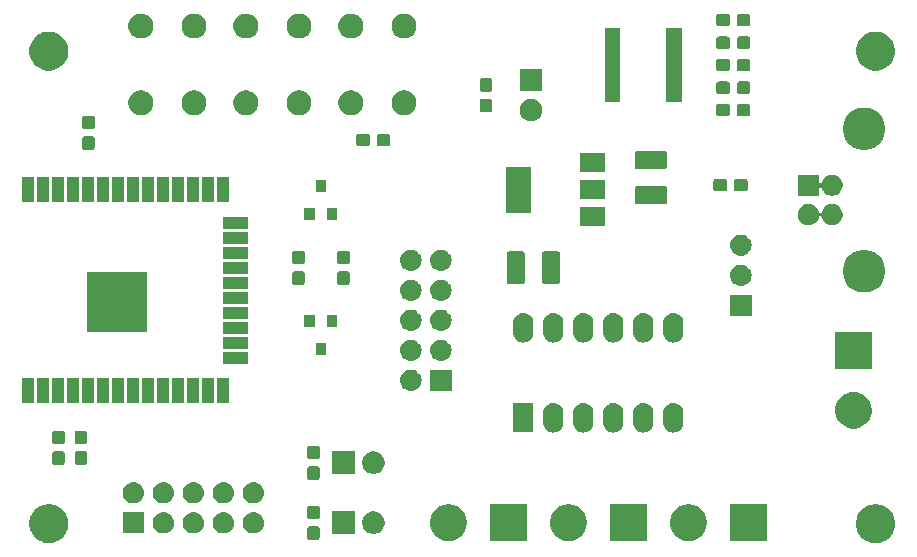
<source format=gbr>
G04 #@! TF.GenerationSoftware,KiCad,Pcbnew,(5.0.2)-1*
G04 #@! TF.CreationDate,2019-08-20T01:28:51+09:00*
G04 #@! TF.ProjectId,robocar-mainboard,726f626f-6361-4722-9d6d-61696e626f61,rev?*
G04 #@! TF.SameCoordinates,Original*
G04 #@! TF.FileFunction,Soldermask,Top*
G04 #@! TF.FilePolarity,Negative*
%FSLAX46Y46*%
G04 Gerber Fmt 4.6, Leading zero omitted, Abs format (unit mm)*
G04 Created by KiCad (PCBNEW (5.0.2)-1) date 2019/08/20 1:28:51*
%MOMM*%
%LPD*%
G01*
G04 APERTURE LIST*
%ADD10C,0.100000*%
G04 APERTURE END LIST*
D10*
G36*
X191485256Y-125471298D02*
X191591579Y-125492447D01*
X191892042Y-125616903D01*
X192099673Y-125755638D01*
X192162454Y-125797587D01*
X192392413Y-126027546D01*
X192392415Y-126027549D01*
X192573097Y-126297958D01*
X192673147Y-126539499D01*
X192697553Y-126598422D01*
X192761000Y-126917389D01*
X192761000Y-127242611D01*
X192738017Y-127358153D01*
X192697553Y-127561579D01*
X192679059Y-127606227D01*
X192573098Y-127862040D01*
X192392413Y-128132454D01*
X192162454Y-128362413D01*
X192162451Y-128362415D01*
X191892042Y-128543097D01*
X191892041Y-128543098D01*
X191892040Y-128543098D01*
X191804037Y-128579550D01*
X191591579Y-128667553D01*
X191485256Y-128688702D01*
X191272611Y-128731000D01*
X190947389Y-128731000D01*
X190734744Y-128688702D01*
X190628421Y-128667553D01*
X190415963Y-128579550D01*
X190327960Y-128543098D01*
X190327959Y-128543098D01*
X190327958Y-128543097D01*
X190057549Y-128362415D01*
X190057546Y-128362413D01*
X189827587Y-128132454D01*
X189646902Y-127862040D01*
X189540941Y-127606227D01*
X189522447Y-127561579D01*
X189481983Y-127358153D01*
X189459000Y-127242611D01*
X189459000Y-126917389D01*
X189522447Y-126598422D01*
X189546854Y-126539499D01*
X189646903Y-126297958D01*
X189827585Y-126027549D01*
X189827587Y-126027546D01*
X190057546Y-125797587D01*
X190120327Y-125755638D01*
X190327958Y-125616903D01*
X190628421Y-125492447D01*
X190734744Y-125471298D01*
X190947389Y-125429000D01*
X191272611Y-125429000D01*
X191485256Y-125471298D01*
X191485256Y-125471298D01*
G37*
G36*
X121485256Y-125471298D02*
X121591579Y-125492447D01*
X121892042Y-125616903D01*
X122099673Y-125755638D01*
X122162454Y-125797587D01*
X122392413Y-126027546D01*
X122392415Y-126027549D01*
X122573097Y-126297958D01*
X122673147Y-126539499D01*
X122697553Y-126598422D01*
X122761000Y-126917389D01*
X122761000Y-127242611D01*
X122738017Y-127358153D01*
X122697553Y-127561579D01*
X122679059Y-127606227D01*
X122573098Y-127862040D01*
X122392413Y-128132454D01*
X122162454Y-128362413D01*
X122162451Y-128362415D01*
X121892042Y-128543097D01*
X121892041Y-128543098D01*
X121892040Y-128543098D01*
X121804037Y-128579550D01*
X121591579Y-128667553D01*
X121485256Y-128688702D01*
X121272611Y-128731000D01*
X120947389Y-128731000D01*
X120734744Y-128688702D01*
X120628421Y-128667553D01*
X120415963Y-128579550D01*
X120327960Y-128543098D01*
X120327959Y-128543098D01*
X120327958Y-128543097D01*
X120057549Y-128362415D01*
X120057546Y-128362413D01*
X119827587Y-128132454D01*
X119646902Y-127862040D01*
X119540941Y-127606227D01*
X119522447Y-127561579D01*
X119481983Y-127358153D01*
X119459000Y-127242611D01*
X119459000Y-126917389D01*
X119522447Y-126598422D01*
X119546854Y-126539499D01*
X119646903Y-126297958D01*
X119827585Y-126027549D01*
X119827587Y-126027546D01*
X120057546Y-125797587D01*
X120120327Y-125755638D01*
X120327958Y-125616903D01*
X120628421Y-125492447D01*
X120734744Y-125471298D01*
X120947389Y-125429000D01*
X121272611Y-125429000D01*
X121485256Y-125471298D01*
X121485256Y-125471298D01*
G37*
G36*
X175612527Y-125488736D02*
X175712410Y-125508604D01*
X175994674Y-125625521D01*
X176248705Y-125795259D01*
X176464741Y-126011295D01*
X176634479Y-126265326D01*
X176751396Y-126547590D01*
X176758661Y-126584115D01*
X176811000Y-126847238D01*
X176811000Y-127152762D01*
X176781911Y-127299000D01*
X176751396Y-127452410D01*
X176634479Y-127734674D01*
X176464741Y-127988705D01*
X176248705Y-128204741D01*
X175994674Y-128374479D01*
X175712410Y-128491396D01*
X175612527Y-128511264D01*
X175412762Y-128551000D01*
X175107238Y-128551000D01*
X174907473Y-128511264D01*
X174807590Y-128491396D01*
X174525326Y-128374479D01*
X174271295Y-128204741D01*
X174055259Y-127988705D01*
X173885521Y-127734674D01*
X173768604Y-127452410D01*
X173738089Y-127299000D01*
X173709000Y-127152762D01*
X173709000Y-126847238D01*
X173761339Y-126584115D01*
X173768604Y-126547590D01*
X173885521Y-126265326D01*
X174055259Y-126011295D01*
X174271295Y-125795259D01*
X174525326Y-125625521D01*
X174807590Y-125508604D01*
X174907473Y-125488736D01*
X175107238Y-125449000D01*
X175412762Y-125449000D01*
X175612527Y-125488736D01*
X175612527Y-125488736D01*
G37*
G36*
X171731000Y-128551000D02*
X168629000Y-128551000D01*
X168629000Y-125449000D01*
X171731000Y-125449000D01*
X171731000Y-128551000D01*
X171731000Y-128551000D01*
G37*
G36*
X161571000Y-128551000D02*
X158469000Y-128551000D01*
X158469000Y-125449000D01*
X161571000Y-125449000D01*
X161571000Y-128551000D01*
X161571000Y-128551000D01*
G37*
G36*
X155292527Y-125488736D02*
X155392410Y-125508604D01*
X155674674Y-125625521D01*
X155928705Y-125795259D01*
X156144741Y-126011295D01*
X156314479Y-126265326D01*
X156431396Y-126547590D01*
X156438661Y-126584115D01*
X156491000Y-126847238D01*
X156491000Y-127152762D01*
X156461911Y-127299000D01*
X156431396Y-127452410D01*
X156314479Y-127734674D01*
X156144741Y-127988705D01*
X155928705Y-128204741D01*
X155674674Y-128374479D01*
X155392410Y-128491396D01*
X155292527Y-128511264D01*
X155092762Y-128551000D01*
X154787238Y-128551000D01*
X154587473Y-128511264D01*
X154487590Y-128491396D01*
X154205326Y-128374479D01*
X153951295Y-128204741D01*
X153735259Y-127988705D01*
X153565521Y-127734674D01*
X153448604Y-127452410D01*
X153418089Y-127299000D01*
X153389000Y-127152762D01*
X153389000Y-126847238D01*
X153441339Y-126584115D01*
X153448604Y-126547590D01*
X153565521Y-126265326D01*
X153735259Y-126011295D01*
X153951295Y-125795259D01*
X154205326Y-125625521D01*
X154487590Y-125508604D01*
X154587473Y-125488736D01*
X154787238Y-125449000D01*
X155092762Y-125449000D01*
X155292527Y-125488736D01*
X155292527Y-125488736D01*
G37*
G36*
X181891000Y-128551000D02*
X178789000Y-128551000D01*
X178789000Y-125449000D01*
X181891000Y-125449000D01*
X181891000Y-128551000D01*
X181891000Y-128551000D01*
G37*
G36*
X165452527Y-125488736D02*
X165552410Y-125508604D01*
X165834674Y-125625521D01*
X166088705Y-125795259D01*
X166304741Y-126011295D01*
X166474479Y-126265326D01*
X166591396Y-126547590D01*
X166598661Y-126584115D01*
X166651000Y-126847238D01*
X166651000Y-127152762D01*
X166621911Y-127299000D01*
X166591396Y-127452410D01*
X166474479Y-127734674D01*
X166304741Y-127988705D01*
X166088705Y-128204741D01*
X165834674Y-128374479D01*
X165552410Y-128491396D01*
X165452527Y-128511264D01*
X165252762Y-128551000D01*
X164947238Y-128551000D01*
X164747473Y-128511264D01*
X164647590Y-128491396D01*
X164365326Y-128374479D01*
X164111295Y-128204741D01*
X163895259Y-127988705D01*
X163725521Y-127734674D01*
X163608604Y-127452410D01*
X163578089Y-127299000D01*
X163549000Y-127152762D01*
X163549000Y-126847238D01*
X163601339Y-126584115D01*
X163608604Y-126547590D01*
X163725521Y-126265326D01*
X163895259Y-126011295D01*
X164111295Y-125795259D01*
X164365326Y-125625521D01*
X164647590Y-125508604D01*
X164747473Y-125488736D01*
X164947238Y-125449000D01*
X165252762Y-125449000D01*
X165452527Y-125488736D01*
X165452527Y-125488736D01*
G37*
G36*
X143874499Y-127303445D02*
X143911993Y-127314819D01*
X143946557Y-127333294D01*
X143976847Y-127358153D01*
X144001706Y-127388443D01*
X144020181Y-127423007D01*
X144031555Y-127460501D01*
X144036000Y-127505638D01*
X144036000Y-128244362D01*
X144031555Y-128289499D01*
X144020181Y-128326993D01*
X144001706Y-128361557D01*
X143976847Y-128391847D01*
X143946557Y-128416706D01*
X143911993Y-128435181D01*
X143874499Y-128446555D01*
X143829362Y-128451000D01*
X143190638Y-128451000D01*
X143145501Y-128446555D01*
X143108007Y-128435181D01*
X143073443Y-128416706D01*
X143043153Y-128391847D01*
X143018294Y-128361557D01*
X142999819Y-128326993D01*
X142988445Y-128289499D01*
X142984000Y-128244362D01*
X142984000Y-127505638D01*
X142988445Y-127460501D01*
X142999819Y-127423007D01*
X143018294Y-127388443D01*
X143043153Y-127358153D01*
X143073443Y-127333294D01*
X143108007Y-127314819D01*
X143145501Y-127303445D01*
X143190638Y-127299000D01*
X143829362Y-127299000D01*
X143874499Y-127303445D01*
X143874499Y-127303445D01*
G37*
G36*
X147001000Y-127951000D02*
X145099000Y-127951000D01*
X145099000Y-126049000D01*
X147001000Y-126049000D01*
X147001000Y-127951000D01*
X147001000Y-127951000D01*
G37*
G36*
X148867396Y-126085546D02*
X149040466Y-126157234D01*
X149196230Y-126261312D01*
X149328688Y-126393770D01*
X149432766Y-126549534D01*
X149504454Y-126722604D01*
X149541000Y-126906333D01*
X149541000Y-127093667D01*
X149504454Y-127277396D01*
X149432766Y-127450466D01*
X149328688Y-127606230D01*
X149196230Y-127738688D01*
X149040466Y-127842766D01*
X148867396Y-127914454D01*
X148683667Y-127951000D01*
X148496333Y-127951000D01*
X148312604Y-127914454D01*
X148139534Y-127842766D01*
X147983770Y-127738688D01*
X147851312Y-127606230D01*
X147747234Y-127450466D01*
X147675546Y-127277396D01*
X147639000Y-127093667D01*
X147639000Y-126906333D01*
X147675546Y-126722604D01*
X147747234Y-126549534D01*
X147851312Y-126393770D01*
X147983770Y-126261312D01*
X148139534Y-126157234D01*
X148312604Y-126085546D01*
X148496333Y-126049000D01*
X148683667Y-126049000D01*
X148867396Y-126085546D01*
X148867396Y-126085546D01*
G37*
G36*
X129171000Y-127901000D02*
X127369000Y-127901000D01*
X127369000Y-126099000D01*
X129171000Y-126099000D01*
X129171000Y-127901000D01*
X129171000Y-127901000D01*
G37*
G36*
X130920443Y-126105519D02*
X130986627Y-126112037D01*
X131099853Y-126146384D01*
X131156467Y-126163557D01*
X131295087Y-126237652D01*
X131312991Y-126247222D01*
X131335053Y-126265328D01*
X131450186Y-126359814D01*
X131533448Y-126461271D01*
X131562778Y-126497009D01*
X131562779Y-126497011D01*
X131646443Y-126653533D01*
X131650439Y-126666706D01*
X131697963Y-126823373D01*
X131715359Y-127000000D01*
X131697963Y-127176627D01*
X131677947Y-127242611D01*
X131646443Y-127346467D01*
X131590853Y-127450467D01*
X131562778Y-127502991D01*
X131533448Y-127538729D01*
X131450186Y-127640186D01*
X131348729Y-127723448D01*
X131312991Y-127752778D01*
X131312989Y-127752779D01*
X131156467Y-127836443D01*
X131135622Y-127842766D01*
X130986627Y-127887963D01*
X130920442Y-127894482D01*
X130854260Y-127901000D01*
X130765740Y-127901000D01*
X130699558Y-127894482D01*
X130633373Y-127887963D01*
X130484378Y-127842766D01*
X130463533Y-127836443D01*
X130307011Y-127752779D01*
X130307009Y-127752778D01*
X130271271Y-127723448D01*
X130169814Y-127640186D01*
X130086552Y-127538729D01*
X130057222Y-127502991D01*
X130029147Y-127450467D01*
X129973557Y-127346467D01*
X129942053Y-127242611D01*
X129922037Y-127176627D01*
X129904641Y-127000000D01*
X129922037Y-126823373D01*
X129969561Y-126666706D01*
X129973557Y-126653533D01*
X130057221Y-126497011D01*
X130057222Y-126497009D01*
X130086552Y-126461271D01*
X130169814Y-126359814D01*
X130284947Y-126265328D01*
X130307009Y-126247222D01*
X130324913Y-126237652D01*
X130463533Y-126163557D01*
X130520147Y-126146384D01*
X130633373Y-126112037D01*
X130699557Y-126105519D01*
X130765740Y-126099000D01*
X130854260Y-126099000D01*
X130920443Y-126105519D01*
X130920443Y-126105519D01*
G37*
G36*
X133460443Y-126105519D02*
X133526627Y-126112037D01*
X133639853Y-126146384D01*
X133696467Y-126163557D01*
X133835087Y-126237652D01*
X133852991Y-126247222D01*
X133875053Y-126265328D01*
X133990186Y-126359814D01*
X134073448Y-126461271D01*
X134102778Y-126497009D01*
X134102779Y-126497011D01*
X134186443Y-126653533D01*
X134190439Y-126666706D01*
X134237963Y-126823373D01*
X134255359Y-127000000D01*
X134237963Y-127176627D01*
X134217947Y-127242611D01*
X134186443Y-127346467D01*
X134130853Y-127450467D01*
X134102778Y-127502991D01*
X134073448Y-127538729D01*
X133990186Y-127640186D01*
X133888729Y-127723448D01*
X133852991Y-127752778D01*
X133852989Y-127752779D01*
X133696467Y-127836443D01*
X133675622Y-127842766D01*
X133526627Y-127887963D01*
X133460442Y-127894482D01*
X133394260Y-127901000D01*
X133305740Y-127901000D01*
X133239558Y-127894482D01*
X133173373Y-127887963D01*
X133024378Y-127842766D01*
X133003533Y-127836443D01*
X132847011Y-127752779D01*
X132847009Y-127752778D01*
X132811271Y-127723448D01*
X132709814Y-127640186D01*
X132626552Y-127538729D01*
X132597222Y-127502991D01*
X132569147Y-127450467D01*
X132513557Y-127346467D01*
X132482053Y-127242611D01*
X132462037Y-127176627D01*
X132444641Y-127000000D01*
X132462037Y-126823373D01*
X132509561Y-126666706D01*
X132513557Y-126653533D01*
X132597221Y-126497011D01*
X132597222Y-126497009D01*
X132626552Y-126461271D01*
X132709814Y-126359814D01*
X132824947Y-126265328D01*
X132847009Y-126247222D01*
X132864913Y-126237652D01*
X133003533Y-126163557D01*
X133060147Y-126146384D01*
X133173373Y-126112037D01*
X133239557Y-126105519D01*
X133305740Y-126099000D01*
X133394260Y-126099000D01*
X133460443Y-126105519D01*
X133460443Y-126105519D01*
G37*
G36*
X136000443Y-126105519D02*
X136066627Y-126112037D01*
X136179853Y-126146384D01*
X136236467Y-126163557D01*
X136375087Y-126237652D01*
X136392991Y-126247222D01*
X136415053Y-126265328D01*
X136530186Y-126359814D01*
X136613448Y-126461271D01*
X136642778Y-126497009D01*
X136642779Y-126497011D01*
X136726443Y-126653533D01*
X136730439Y-126666706D01*
X136777963Y-126823373D01*
X136795359Y-127000000D01*
X136777963Y-127176627D01*
X136757947Y-127242611D01*
X136726443Y-127346467D01*
X136670853Y-127450467D01*
X136642778Y-127502991D01*
X136613448Y-127538729D01*
X136530186Y-127640186D01*
X136428729Y-127723448D01*
X136392991Y-127752778D01*
X136392989Y-127752779D01*
X136236467Y-127836443D01*
X136215622Y-127842766D01*
X136066627Y-127887963D01*
X136000442Y-127894482D01*
X135934260Y-127901000D01*
X135845740Y-127901000D01*
X135779558Y-127894482D01*
X135713373Y-127887963D01*
X135564378Y-127842766D01*
X135543533Y-127836443D01*
X135387011Y-127752779D01*
X135387009Y-127752778D01*
X135351271Y-127723448D01*
X135249814Y-127640186D01*
X135166552Y-127538729D01*
X135137222Y-127502991D01*
X135109147Y-127450467D01*
X135053557Y-127346467D01*
X135022053Y-127242611D01*
X135002037Y-127176627D01*
X134984641Y-127000000D01*
X135002037Y-126823373D01*
X135049561Y-126666706D01*
X135053557Y-126653533D01*
X135137221Y-126497011D01*
X135137222Y-126497009D01*
X135166552Y-126461271D01*
X135249814Y-126359814D01*
X135364947Y-126265328D01*
X135387009Y-126247222D01*
X135404913Y-126237652D01*
X135543533Y-126163557D01*
X135600147Y-126146384D01*
X135713373Y-126112037D01*
X135779557Y-126105519D01*
X135845740Y-126099000D01*
X135934260Y-126099000D01*
X136000443Y-126105519D01*
X136000443Y-126105519D01*
G37*
G36*
X138540443Y-126105519D02*
X138606627Y-126112037D01*
X138719853Y-126146384D01*
X138776467Y-126163557D01*
X138915087Y-126237652D01*
X138932991Y-126247222D01*
X138955053Y-126265328D01*
X139070186Y-126359814D01*
X139153448Y-126461271D01*
X139182778Y-126497009D01*
X139182779Y-126497011D01*
X139266443Y-126653533D01*
X139270439Y-126666706D01*
X139317963Y-126823373D01*
X139335359Y-127000000D01*
X139317963Y-127176627D01*
X139297947Y-127242611D01*
X139266443Y-127346467D01*
X139210853Y-127450467D01*
X139182778Y-127502991D01*
X139153448Y-127538729D01*
X139070186Y-127640186D01*
X138968729Y-127723448D01*
X138932991Y-127752778D01*
X138932989Y-127752779D01*
X138776467Y-127836443D01*
X138755622Y-127842766D01*
X138606627Y-127887963D01*
X138540442Y-127894482D01*
X138474260Y-127901000D01*
X138385740Y-127901000D01*
X138319558Y-127894482D01*
X138253373Y-127887963D01*
X138104378Y-127842766D01*
X138083533Y-127836443D01*
X137927011Y-127752779D01*
X137927009Y-127752778D01*
X137891271Y-127723448D01*
X137789814Y-127640186D01*
X137706552Y-127538729D01*
X137677222Y-127502991D01*
X137649147Y-127450467D01*
X137593557Y-127346467D01*
X137562053Y-127242611D01*
X137542037Y-127176627D01*
X137524641Y-127000000D01*
X137542037Y-126823373D01*
X137589561Y-126666706D01*
X137593557Y-126653533D01*
X137677221Y-126497011D01*
X137677222Y-126497009D01*
X137706552Y-126461271D01*
X137789814Y-126359814D01*
X137904947Y-126265328D01*
X137927009Y-126247222D01*
X137944913Y-126237652D01*
X138083533Y-126163557D01*
X138140147Y-126146384D01*
X138253373Y-126112037D01*
X138319557Y-126105519D01*
X138385740Y-126099000D01*
X138474260Y-126099000D01*
X138540443Y-126105519D01*
X138540443Y-126105519D01*
G37*
G36*
X143874499Y-125553445D02*
X143911993Y-125564819D01*
X143946557Y-125583294D01*
X143976847Y-125608153D01*
X144001706Y-125638443D01*
X144020181Y-125673007D01*
X144031555Y-125710501D01*
X144036000Y-125755638D01*
X144036000Y-126494362D01*
X144031555Y-126539499D01*
X144020181Y-126576993D01*
X144001706Y-126611557D01*
X143976847Y-126641847D01*
X143946557Y-126666706D01*
X143911993Y-126685181D01*
X143874499Y-126696555D01*
X143829362Y-126701000D01*
X143190638Y-126701000D01*
X143145501Y-126696555D01*
X143108007Y-126685181D01*
X143073443Y-126666706D01*
X143043153Y-126641847D01*
X143018294Y-126611557D01*
X142999819Y-126576993D01*
X142988445Y-126539499D01*
X142984000Y-126494362D01*
X142984000Y-125755638D01*
X142988445Y-125710501D01*
X142999819Y-125673007D01*
X143018294Y-125638443D01*
X143043153Y-125608153D01*
X143073443Y-125583294D01*
X143108007Y-125564819D01*
X143145501Y-125553445D01*
X143190638Y-125549000D01*
X143829362Y-125549000D01*
X143874499Y-125553445D01*
X143874499Y-125553445D01*
G37*
G36*
X138540442Y-123565518D02*
X138606627Y-123572037D01*
X138719853Y-123606384D01*
X138776467Y-123623557D01*
X138915087Y-123697652D01*
X138932991Y-123707222D01*
X138968729Y-123736552D01*
X139070186Y-123819814D01*
X139153448Y-123921271D01*
X139182778Y-123957009D01*
X139182779Y-123957011D01*
X139266443Y-124113533D01*
X139266443Y-124113534D01*
X139317963Y-124283373D01*
X139335359Y-124460000D01*
X139317963Y-124636627D01*
X139283616Y-124749853D01*
X139266443Y-124806467D01*
X139192348Y-124945087D01*
X139182778Y-124962991D01*
X139153448Y-124998729D01*
X139070186Y-125100186D01*
X138968729Y-125183448D01*
X138932991Y-125212778D01*
X138932989Y-125212779D01*
X138776467Y-125296443D01*
X138719853Y-125313616D01*
X138606627Y-125347963D01*
X138540442Y-125354482D01*
X138474260Y-125361000D01*
X138385740Y-125361000D01*
X138319558Y-125354482D01*
X138253373Y-125347963D01*
X138140147Y-125313616D01*
X138083533Y-125296443D01*
X137927011Y-125212779D01*
X137927009Y-125212778D01*
X137891271Y-125183448D01*
X137789814Y-125100186D01*
X137706552Y-124998729D01*
X137677222Y-124962991D01*
X137667652Y-124945087D01*
X137593557Y-124806467D01*
X137576384Y-124749853D01*
X137542037Y-124636627D01*
X137524641Y-124460000D01*
X137542037Y-124283373D01*
X137593557Y-124113534D01*
X137593557Y-124113533D01*
X137677221Y-123957011D01*
X137677222Y-123957009D01*
X137706552Y-123921271D01*
X137789814Y-123819814D01*
X137891271Y-123736552D01*
X137927009Y-123707222D01*
X137944913Y-123697652D01*
X138083533Y-123623557D01*
X138140147Y-123606384D01*
X138253373Y-123572037D01*
X138319558Y-123565518D01*
X138385740Y-123559000D01*
X138474260Y-123559000D01*
X138540442Y-123565518D01*
X138540442Y-123565518D01*
G37*
G36*
X128380442Y-123565518D02*
X128446627Y-123572037D01*
X128559853Y-123606384D01*
X128616467Y-123623557D01*
X128755087Y-123697652D01*
X128772991Y-123707222D01*
X128808729Y-123736552D01*
X128910186Y-123819814D01*
X128993448Y-123921271D01*
X129022778Y-123957009D01*
X129022779Y-123957011D01*
X129106443Y-124113533D01*
X129106443Y-124113534D01*
X129157963Y-124283373D01*
X129175359Y-124460000D01*
X129157963Y-124636627D01*
X129123616Y-124749853D01*
X129106443Y-124806467D01*
X129032348Y-124945087D01*
X129022778Y-124962991D01*
X128993448Y-124998729D01*
X128910186Y-125100186D01*
X128808729Y-125183448D01*
X128772991Y-125212778D01*
X128772989Y-125212779D01*
X128616467Y-125296443D01*
X128559853Y-125313616D01*
X128446627Y-125347963D01*
X128380442Y-125354482D01*
X128314260Y-125361000D01*
X128225740Y-125361000D01*
X128159558Y-125354482D01*
X128093373Y-125347963D01*
X127980147Y-125313616D01*
X127923533Y-125296443D01*
X127767011Y-125212779D01*
X127767009Y-125212778D01*
X127731271Y-125183448D01*
X127629814Y-125100186D01*
X127546552Y-124998729D01*
X127517222Y-124962991D01*
X127507652Y-124945087D01*
X127433557Y-124806467D01*
X127416384Y-124749853D01*
X127382037Y-124636627D01*
X127364641Y-124460000D01*
X127382037Y-124283373D01*
X127433557Y-124113534D01*
X127433557Y-124113533D01*
X127517221Y-123957011D01*
X127517222Y-123957009D01*
X127546552Y-123921271D01*
X127629814Y-123819814D01*
X127731271Y-123736552D01*
X127767009Y-123707222D01*
X127784913Y-123697652D01*
X127923533Y-123623557D01*
X127980147Y-123606384D01*
X128093373Y-123572037D01*
X128159558Y-123565518D01*
X128225740Y-123559000D01*
X128314260Y-123559000D01*
X128380442Y-123565518D01*
X128380442Y-123565518D01*
G37*
G36*
X130920442Y-123565518D02*
X130986627Y-123572037D01*
X131099853Y-123606384D01*
X131156467Y-123623557D01*
X131295087Y-123697652D01*
X131312991Y-123707222D01*
X131348729Y-123736552D01*
X131450186Y-123819814D01*
X131533448Y-123921271D01*
X131562778Y-123957009D01*
X131562779Y-123957011D01*
X131646443Y-124113533D01*
X131646443Y-124113534D01*
X131697963Y-124283373D01*
X131715359Y-124460000D01*
X131697963Y-124636627D01*
X131663616Y-124749853D01*
X131646443Y-124806467D01*
X131572348Y-124945087D01*
X131562778Y-124962991D01*
X131533448Y-124998729D01*
X131450186Y-125100186D01*
X131348729Y-125183448D01*
X131312991Y-125212778D01*
X131312989Y-125212779D01*
X131156467Y-125296443D01*
X131099853Y-125313616D01*
X130986627Y-125347963D01*
X130920442Y-125354482D01*
X130854260Y-125361000D01*
X130765740Y-125361000D01*
X130699558Y-125354482D01*
X130633373Y-125347963D01*
X130520147Y-125313616D01*
X130463533Y-125296443D01*
X130307011Y-125212779D01*
X130307009Y-125212778D01*
X130271271Y-125183448D01*
X130169814Y-125100186D01*
X130086552Y-124998729D01*
X130057222Y-124962991D01*
X130047652Y-124945087D01*
X129973557Y-124806467D01*
X129956384Y-124749853D01*
X129922037Y-124636627D01*
X129904641Y-124460000D01*
X129922037Y-124283373D01*
X129973557Y-124113534D01*
X129973557Y-124113533D01*
X130057221Y-123957011D01*
X130057222Y-123957009D01*
X130086552Y-123921271D01*
X130169814Y-123819814D01*
X130271271Y-123736552D01*
X130307009Y-123707222D01*
X130324913Y-123697652D01*
X130463533Y-123623557D01*
X130520147Y-123606384D01*
X130633373Y-123572037D01*
X130699558Y-123565518D01*
X130765740Y-123559000D01*
X130854260Y-123559000D01*
X130920442Y-123565518D01*
X130920442Y-123565518D01*
G37*
G36*
X133460442Y-123565518D02*
X133526627Y-123572037D01*
X133639853Y-123606384D01*
X133696467Y-123623557D01*
X133835087Y-123697652D01*
X133852991Y-123707222D01*
X133888729Y-123736552D01*
X133990186Y-123819814D01*
X134073448Y-123921271D01*
X134102778Y-123957009D01*
X134102779Y-123957011D01*
X134186443Y-124113533D01*
X134186443Y-124113534D01*
X134237963Y-124283373D01*
X134255359Y-124460000D01*
X134237963Y-124636627D01*
X134203616Y-124749853D01*
X134186443Y-124806467D01*
X134112348Y-124945087D01*
X134102778Y-124962991D01*
X134073448Y-124998729D01*
X133990186Y-125100186D01*
X133888729Y-125183448D01*
X133852991Y-125212778D01*
X133852989Y-125212779D01*
X133696467Y-125296443D01*
X133639853Y-125313616D01*
X133526627Y-125347963D01*
X133460442Y-125354482D01*
X133394260Y-125361000D01*
X133305740Y-125361000D01*
X133239558Y-125354482D01*
X133173373Y-125347963D01*
X133060147Y-125313616D01*
X133003533Y-125296443D01*
X132847011Y-125212779D01*
X132847009Y-125212778D01*
X132811271Y-125183448D01*
X132709814Y-125100186D01*
X132626552Y-124998729D01*
X132597222Y-124962991D01*
X132587652Y-124945087D01*
X132513557Y-124806467D01*
X132496384Y-124749853D01*
X132462037Y-124636627D01*
X132444641Y-124460000D01*
X132462037Y-124283373D01*
X132513557Y-124113534D01*
X132513557Y-124113533D01*
X132597221Y-123957011D01*
X132597222Y-123957009D01*
X132626552Y-123921271D01*
X132709814Y-123819814D01*
X132811271Y-123736552D01*
X132847009Y-123707222D01*
X132864913Y-123697652D01*
X133003533Y-123623557D01*
X133060147Y-123606384D01*
X133173373Y-123572037D01*
X133239558Y-123565518D01*
X133305740Y-123559000D01*
X133394260Y-123559000D01*
X133460442Y-123565518D01*
X133460442Y-123565518D01*
G37*
G36*
X136000442Y-123565518D02*
X136066627Y-123572037D01*
X136179853Y-123606384D01*
X136236467Y-123623557D01*
X136375087Y-123697652D01*
X136392991Y-123707222D01*
X136428729Y-123736552D01*
X136530186Y-123819814D01*
X136613448Y-123921271D01*
X136642778Y-123957009D01*
X136642779Y-123957011D01*
X136726443Y-124113533D01*
X136726443Y-124113534D01*
X136777963Y-124283373D01*
X136795359Y-124460000D01*
X136777963Y-124636627D01*
X136743616Y-124749853D01*
X136726443Y-124806467D01*
X136652348Y-124945087D01*
X136642778Y-124962991D01*
X136613448Y-124998729D01*
X136530186Y-125100186D01*
X136428729Y-125183448D01*
X136392991Y-125212778D01*
X136392989Y-125212779D01*
X136236467Y-125296443D01*
X136179853Y-125313616D01*
X136066627Y-125347963D01*
X136000442Y-125354482D01*
X135934260Y-125361000D01*
X135845740Y-125361000D01*
X135779558Y-125354482D01*
X135713373Y-125347963D01*
X135600147Y-125313616D01*
X135543533Y-125296443D01*
X135387011Y-125212779D01*
X135387009Y-125212778D01*
X135351271Y-125183448D01*
X135249814Y-125100186D01*
X135166552Y-124998729D01*
X135137222Y-124962991D01*
X135127652Y-124945087D01*
X135053557Y-124806467D01*
X135036384Y-124749853D01*
X135002037Y-124636627D01*
X134984641Y-124460000D01*
X135002037Y-124283373D01*
X135053557Y-124113534D01*
X135053557Y-124113533D01*
X135137221Y-123957011D01*
X135137222Y-123957009D01*
X135166552Y-123921271D01*
X135249814Y-123819814D01*
X135351271Y-123736552D01*
X135387009Y-123707222D01*
X135404913Y-123697652D01*
X135543533Y-123623557D01*
X135600147Y-123606384D01*
X135713373Y-123572037D01*
X135779558Y-123565518D01*
X135845740Y-123559000D01*
X135934260Y-123559000D01*
X136000442Y-123565518D01*
X136000442Y-123565518D01*
G37*
G36*
X143874499Y-122223445D02*
X143911993Y-122234819D01*
X143946557Y-122253294D01*
X143976847Y-122278153D01*
X144001706Y-122308443D01*
X144020181Y-122343007D01*
X144031555Y-122380501D01*
X144036000Y-122425638D01*
X144036000Y-123164362D01*
X144031555Y-123209499D01*
X144020181Y-123246993D01*
X144001706Y-123281557D01*
X143976847Y-123311847D01*
X143946557Y-123336706D01*
X143911993Y-123355181D01*
X143874499Y-123366555D01*
X143829362Y-123371000D01*
X143190638Y-123371000D01*
X143145501Y-123366555D01*
X143108007Y-123355181D01*
X143073443Y-123336706D01*
X143043153Y-123311847D01*
X143018294Y-123281557D01*
X142999819Y-123246993D01*
X142988445Y-123209499D01*
X142984000Y-123164362D01*
X142984000Y-122425638D01*
X142988445Y-122380501D01*
X142999819Y-122343007D01*
X143018294Y-122308443D01*
X143043153Y-122278153D01*
X143073443Y-122253294D01*
X143108007Y-122234819D01*
X143145501Y-122223445D01*
X143190638Y-122219000D01*
X143829362Y-122219000D01*
X143874499Y-122223445D01*
X143874499Y-122223445D01*
G37*
G36*
X148867396Y-121005546D02*
X149040466Y-121077234D01*
X149196230Y-121181312D01*
X149328688Y-121313770D01*
X149432766Y-121469534D01*
X149504454Y-121642604D01*
X149541000Y-121826333D01*
X149541000Y-122013667D01*
X149504454Y-122197396D01*
X149432766Y-122370466D01*
X149328688Y-122526230D01*
X149196230Y-122658688D01*
X149040466Y-122762766D01*
X148867396Y-122834454D01*
X148683667Y-122871000D01*
X148496333Y-122871000D01*
X148312604Y-122834454D01*
X148139534Y-122762766D01*
X147983770Y-122658688D01*
X147851312Y-122526230D01*
X147747234Y-122370466D01*
X147675546Y-122197396D01*
X147639000Y-122013667D01*
X147639000Y-121826333D01*
X147675546Y-121642604D01*
X147747234Y-121469534D01*
X147851312Y-121313770D01*
X147983770Y-121181312D01*
X148139534Y-121077234D01*
X148312604Y-121005546D01*
X148496333Y-120969000D01*
X148683667Y-120969000D01*
X148867396Y-121005546D01*
X148867396Y-121005546D01*
G37*
G36*
X147001000Y-122871000D02*
X145099000Y-122871000D01*
X145099000Y-120969000D01*
X147001000Y-120969000D01*
X147001000Y-122871000D01*
X147001000Y-122871000D01*
G37*
G36*
X122284499Y-120953445D02*
X122321993Y-120964819D01*
X122356557Y-120983294D01*
X122386847Y-121008153D01*
X122411706Y-121038443D01*
X122430181Y-121073007D01*
X122441555Y-121110501D01*
X122446000Y-121155638D01*
X122446000Y-121894362D01*
X122441555Y-121939499D01*
X122430181Y-121976993D01*
X122411706Y-122011557D01*
X122386847Y-122041847D01*
X122356557Y-122066706D01*
X122321993Y-122085181D01*
X122284499Y-122096555D01*
X122239362Y-122101000D01*
X121600638Y-122101000D01*
X121555501Y-122096555D01*
X121518007Y-122085181D01*
X121483443Y-122066706D01*
X121453153Y-122041847D01*
X121428294Y-122011557D01*
X121409819Y-121976993D01*
X121398445Y-121939499D01*
X121394000Y-121894362D01*
X121394000Y-121155638D01*
X121398445Y-121110501D01*
X121409819Y-121073007D01*
X121428294Y-121038443D01*
X121453153Y-121008153D01*
X121483443Y-120983294D01*
X121518007Y-120964819D01*
X121555501Y-120953445D01*
X121600638Y-120949000D01*
X122239362Y-120949000D01*
X122284499Y-120953445D01*
X122284499Y-120953445D01*
G37*
G36*
X124189499Y-120953445D02*
X124226993Y-120964819D01*
X124261557Y-120983294D01*
X124291847Y-121008153D01*
X124316706Y-121038443D01*
X124335181Y-121073007D01*
X124346555Y-121110501D01*
X124351000Y-121155638D01*
X124351000Y-121894362D01*
X124346555Y-121939499D01*
X124335181Y-121976993D01*
X124316706Y-122011557D01*
X124291847Y-122041847D01*
X124261557Y-122066706D01*
X124226993Y-122085181D01*
X124189499Y-122096555D01*
X124144362Y-122101000D01*
X123505638Y-122101000D01*
X123460501Y-122096555D01*
X123423007Y-122085181D01*
X123388443Y-122066706D01*
X123358153Y-122041847D01*
X123333294Y-122011557D01*
X123314819Y-121976993D01*
X123303445Y-121939499D01*
X123299000Y-121894362D01*
X123299000Y-121155638D01*
X123303445Y-121110501D01*
X123314819Y-121073007D01*
X123333294Y-121038443D01*
X123358153Y-121008153D01*
X123388443Y-120983294D01*
X123423007Y-120964819D01*
X123460501Y-120953445D01*
X123505638Y-120949000D01*
X124144362Y-120949000D01*
X124189499Y-120953445D01*
X124189499Y-120953445D01*
G37*
G36*
X143874499Y-120473445D02*
X143911993Y-120484819D01*
X143946557Y-120503294D01*
X143976847Y-120528153D01*
X144001706Y-120558443D01*
X144020181Y-120593007D01*
X144031555Y-120630501D01*
X144036000Y-120675638D01*
X144036000Y-121414362D01*
X144031555Y-121459499D01*
X144020181Y-121496993D01*
X144001706Y-121531557D01*
X143976847Y-121561847D01*
X143946557Y-121586706D01*
X143911993Y-121605181D01*
X143874499Y-121616555D01*
X143829362Y-121621000D01*
X143190638Y-121621000D01*
X143145501Y-121616555D01*
X143108007Y-121605181D01*
X143073443Y-121586706D01*
X143043153Y-121561847D01*
X143018294Y-121531557D01*
X142999819Y-121496993D01*
X142988445Y-121459499D01*
X142984000Y-121414362D01*
X142984000Y-120675638D01*
X142988445Y-120630501D01*
X142999819Y-120593007D01*
X143018294Y-120558443D01*
X143043153Y-120528153D01*
X143073443Y-120503294D01*
X143108007Y-120484819D01*
X143145501Y-120473445D01*
X143190638Y-120469000D01*
X143829362Y-120469000D01*
X143874499Y-120473445D01*
X143874499Y-120473445D01*
G37*
G36*
X124189499Y-119203445D02*
X124226993Y-119214819D01*
X124261557Y-119233294D01*
X124291847Y-119258153D01*
X124316706Y-119288443D01*
X124335181Y-119323007D01*
X124346555Y-119360501D01*
X124351000Y-119405638D01*
X124351000Y-120144362D01*
X124346555Y-120189499D01*
X124335181Y-120226993D01*
X124316706Y-120261557D01*
X124291847Y-120291847D01*
X124261557Y-120316706D01*
X124226993Y-120335181D01*
X124189499Y-120346555D01*
X124144362Y-120351000D01*
X123505638Y-120351000D01*
X123460501Y-120346555D01*
X123423007Y-120335181D01*
X123388443Y-120316706D01*
X123358153Y-120291847D01*
X123333294Y-120261557D01*
X123314819Y-120226993D01*
X123303445Y-120189499D01*
X123299000Y-120144362D01*
X123299000Y-119405638D01*
X123303445Y-119360501D01*
X123314819Y-119323007D01*
X123333294Y-119288443D01*
X123358153Y-119258153D01*
X123388443Y-119233294D01*
X123423007Y-119214819D01*
X123460501Y-119203445D01*
X123505638Y-119199000D01*
X124144362Y-119199000D01*
X124189499Y-119203445D01*
X124189499Y-119203445D01*
G37*
G36*
X122284499Y-119203445D02*
X122321993Y-119214819D01*
X122356557Y-119233294D01*
X122386847Y-119258153D01*
X122411706Y-119288443D01*
X122430181Y-119323007D01*
X122441555Y-119360501D01*
X122446000Y-119405638D01*
X122446000Y-120144362D01*
X122441555Y-120189499D01*
X122430181Y-120226993D01*
X122411706Y-120261557D01*
X122386847Y-120291847D01*
X122356557Y-120316706D01*
X122321993Y-120335181D01*
X122284499Y-120346555D01*
X122239362Y-120351000D01*
X121600638Y-120351000D01*
X121555501Y-120346555D01*
X121518007Y-120335181D01*
X121483443Y-120316706D01*
X121453153Y-120291847D01*
X121428294Y-120261557D01*
X121409819Y-120226993D01*
X121398445Y-120189499D01*
X121394000Y-120144362D01*
X121394000Y-119405638D01*
X121398445Y-119360501D01*
X121409819Y-119323007D01*
X121428294Y-119288443D01*
X121453153Y-119258153D01*
X121483443Y-119233294D01*
X121518007Y-119214819D01*
X121555501Y-119203445D01*
X121600638Y-119199000D01*
X122239362Y-119199000D01*
X122284499Y-119203445D01*
X122284499Y-119203445D01*
G37*
G36*
X163996820Y-116871313D02*
X163996823Y-116871314D01*
X163996824Y-116871314D01*
X164157238Y-116919975D01*
X164157240Y-116919976D01*
X164157243Y-116919977D01*
X164305078Y-116998995D01*
X164434659Y-117105341D01*
X164541005Y-117234922D01*
X164620023Y-117382756D01*
X164668687Y-117543179D01*
X164681000Y-117668196D01*
X164681000Y-118551803D01*
X164668687Y-118676820D01*
X164668686Y-118676822D01*
X164668686Y-118676825D01*
X164667802Y-118679738D01*
X164620023Y-118837244D01*
X164541005Y-118985078D01*
X164434659Y-119114659D01*
X164305078Y-119221005D01*
X164157244Y-119300023D01*
X164157241Y-119300024D01*
X164157239Y-119300025D01*
X163996825Y-119348686D01*
X163996824Y-119348686D01*
X163996821Y-119348687D01*
X163830000Y-119365117D01*
X163663180Y-119348687D01*
X163663177Y-119348686D01*
X163663176Y-119348686D01*
X163502762Y-119300025D01*
X163502760Y-119300024D01*
X163502757Y-119300023D01*
X163354923Y-119221005D01*
X163225342Y-119114659D01*
X163118996Y-118985078D01*
X163039978Y-118837244D01*
X162991314Y-118676821D01*
X162979000Y-118551803D01*
X162979000Y-117668197D01*
X162991313Y-117543180D01*
X162991314Y-117543176D01*
X163039975Y-117382762D01*
X163039976Y-117382760D01*
X163039977Y-117382757D01*
X163118995Y-117234922D01*
X163225341Y-117105341D01*
X163354922Y-116998995D01*
X163502756Y-116919977D01*
X163502759Y-116919976D01*
X163502761Y-116919975D01*
X163663175Y-116871314D01*
X163663176Y-116871314D01*
X163663179Y-116871313D01*
X163830000Y-116854883D01*
X163996820Y-116871313D01*
X163996820Y-116871313D01*
G37*
G36*
X166536820Y-116871313D02*
X166536823Y-116871314D01*
X166536824Y-116871314D01*
X166697238Y-116919975D01*
X166697240Y-116919976D01*
X166697243Y-116919977D01*
X166845078Y-116998995D01*
X166974659Y-117105341D01*
X167081005Y-117234922D01*
X167160023Y-117382756D01*
X167208687Y-117543179D01*
X167221000Y-117668196D01*
X167221000Y-118551803D01*
X167208687Y-118676820D01*
X167208686Y-118676822D01*
X167208686Y-118676825D01*
X167207802Y-118679738D01*
X167160023Y-118837244D01*
X167081005Y-118985078D01*
X166974659Y-119114659D01*
X166845078Y-119221005D01*
X166697244Y-119300023D01*
X166697241Y-119300024D01*
X166697239Y-119300025D01*
X166536825Y-119348686D01*
X166536824Y-119348686D01*
X166536821Y-119348687D01*
X166370000Y-119365117D01*
X166203180Y-119348687D01*
X166203177Y-119348686D01*
X166203176Y-119348686D01*
X166042762Y-119300025D01*
X166042760Y-119300024D01*
X166042757Y-119300023D01*
X165894923Y-119221005D01*
X165765342Y-119114659D01*
X165658996Y-118985078D01*
X165579978Y-118837244D01*
X165531314Y-118676821D01*
X165519000Y-118551803D01*
X165519000Y-117668197D01*
X165531313Y-117543180D01*
X165531314Y-117543176D01*
X165579975Y-117382762D01*
X165579976Y-117382760D01*
X165579977Y-117382757D01*
X165658995Y-117234922D01*
X165765341Y-117105341D01*
X165894922Y-116998995D01*
X166042756Y-116919977D01*
X166042759Y-116919976D01*
X166042761Y-116919975D01*
X166203175Y-116871314D01*
X166203176Y-116871314D01*
X166203179Y-116871313D01*
X166370000Y-116854883D01*
X166536820Y-116871313D01*
X166536820Y-116871313D01*
G37*
G36*
X169076820Y-116871313D02*
X169076823Y-116871314D01*
X169076824Y-116871314D01*
X169237238Y-116919975D01*
X169237240Y-116919976D01*
X169237243Y-116919977D01*
X169385078Y-116998995D01*
X169514659Y-117105341D01*
X169621005Y-117234922D01*
X169700023Y-117382756D01*
X169748687Y-117543179D01*
X169761000Y-117668196D01*
X169761000Y-118551803D01*
X169748687Y-118676820D01*
X169748686Y-118676822D01*
X169748686Y-118676825D01*
X169747802Y-118679738D01*
X169700023Y-118837244D01*
X169621005Y-118985078D01*
X169514659Y-119114659D01*
X169385078Y-119221005D01*
X169237244Y-119300023D01*
X169237241Y-119300024D01*
X169237239Y-119300025D01*
X169076825Y-119348686D01*
X169076824Y-119348686D01*
X169076821Y-119348687D01*
X168910000Y-119365117D01*
X168743180Y-119348687D01*
X168743177Y-119348686D01*
X168743176Y-119348686D01*
X168582762Y-119300025D01*
X168582760Y-119300024D01*
X168582757Y-119300023D01*
X168434923Y-119221005D01*
X168305342Y-119114659D01*
X168198996Y-118985078D01*
X168119978Y-118837244D01*
X168071314Y-118676821D01*
X168059000Y-118551803D01*
X168059000Y-117668197D01*
X168071313Y-117543180D01*
X168071314Y-117543176D01*
X168119975Y-117382762D01*
X168119976Y-117382760D01*
X168119977Y-117382757D01*
X168198995Y-117234922D01*
X168305341Y-117105341D01*
X168434922Y-116998995D01*
X168582756Y-116919977D01*
X168582759Y-116919976D01*
X168582761Y-116919975D01*
X168743175Y-116871314D01*
X168743176Y-116871314D01*
X168743179Y-116871313D01*
X168910000Y-116854883D01*
X169076820Y-116871313D01*
X169076820Y-116871313D01*
G37*
G36*
X171616820Y-116871313D02*
X171616823Y-116871314D01*
X171616824Y-116871314D01*
X171777238Y-116919975D01*
X171777240Y-116919976D01*
X171777243Y-116919977D01*
X171925078Y-116998995D01*
X172054659Y-117105341D01*
X172161005Y-117234922D01*
X172240023Y-117382756D01*
X172288687Y-117543179D01*
X172301000Y-117668196D01*
X172301000Y-118551803D01*
X172288687Y-118676820D01*
X172288686Y-118676822D01*
X172288686Y-118676825D01*
X172287802Y-118679738D01*
X172240023Y-118837244D01*
X172161005Y-118985078D01*
X172054659Y-119114659D01*
X171925078Y-119221005D01*
X171777244Y-119300023D01*
X171777241Y-119300024D01*
X171777239Y-119300025D01*
X171616825Y-119348686D01*
X171616824Y-119348686D01*
X171616821Y-119348687D01*
X171450000Y-119365117D01*
X171283180Y-119348687D01*
X171283177Y-119348686D01*
X171283176Y-119348686D01*
X171122762Y-119300025D01*
X171122760Y-119300024D01*
X171122757Y-119300023D01*
X170974923Y-119221005D01*
X170845342Y-119114659D01*
X170738996Y-118985078D01*
X170659978Y-118837244D01*
X170611314Y-118676821D01*
X170599000Y-118551803D01*
X170599000Y-117668197D01*
X170611313Y-117543180D01*
X170611314Y-117543176D01*
X170659975Y-117382762D01*
X170659976Y-117382760D01*
X170659977Y-117382757D01*
X170738995Y-117234922D01*
X170845341Y-117105341D01*
X170974922Y-116998995D01*
X171122756Y-116919977D01*
X171122759Y-116919976D01*
X171122761Y-116919975D01*
X171283175Y-116871314D01*
X171283176Y-116871314D01*
X171283179Y-116871313D01*
X171450000Y-116854883D01*
X171616820Y-116871313D01*
X171616820Y-116871313D01*
G37*
G36*
X174156820Y-116871313D02*
X174156823Y-116871314D01*
X174156824Y-116871314D01*
X174317238Y-116919975D01*
X174317240Y-116919976D01*
X174317243Y-116919977D01*
X174465078Y-116998995D01*
X174594659Y-117105341D01*
X174701005Y-117234922D01*
X174780023Y-117382756D01*
X174828687Y-117543179D01*
X174841000Y-117668196D01*
X174841000Y-118551803D01*
X174828687Y-118676820D01*
X174828686Y-118676822D01*
X174828686Y-118676825D01*
X174827802Y-118679738D01*
X174780023Y-118837244D01*
X174701005Y-118985078D01*
X174594659Y-119114659D01*
X174465078Y-119221005D01*
X174317244Y-119300023D01*
X174317241Y-119300024D01*
X174317239Y-119300025D01*
X174156825Y-119348686D01*
X174156824Y-119348686D01*
X174156821Y-119348687D01*
X173990000Y-119365117D01*
X173823180Y-119348687D01*
X173823177Y-119348686D01*
X173823176Y-119348686D01*
X173662762Y-119300025D01*
X173662760Y-119300024D01*
X173662757Y-119300023D01*
X173514923Y-119221005D01*
X173385342Y-119114659D01*
X173278996Y-118985078D01*
X173199978Y-118837244D01*
X173151314Y-118676821D01*
X173139000Y-118551803D01*
X173139000Y-117668197D01*
X173151313Y-117543180D01*
X173151314Y-117543176D01*
X173199975Y-117382762D01*
X173199976Y-117382760D01*
X173199977Y-117382757D01*
X173278995Y-117234922D01*
X173385341Y-117105341D01*
X173514922Y-116998995D01*
X173662756Y-116919977D01*
X173662759Y-116919976D01*
X173662761Y-116919975D01*
X173823175Y-116871314D01*
X173823176Y-116871314D01*
X173823179Y-116871313D01*
X173990000Y-116854883D01*
X174156820Y-116871313D01*
X174156820Y-116871313D01*
G37*
G36*
X162141000Y-119361000D02*
X160439000Y-119361000D01*
X160439000Y-116859000D01*
X162141000Y-116859000D01*
X162141000Y-119361000D01*
X162141000Y-119361000D01*
G37*
G36*
X189582527Y-115963736D02*
X189682410Y-115983604D01*
X189964674Y-116100521D01*
X190218705Y-116270259D01*
X190434741Y-116486295D01*
X190604479Y-116740326D01*
X190711623Y-116998996D01*
X190721396Y-117022591D01*
X190763632Y-117234922D01*
X190781000Y-117322240D01*
X190781000Y-117627760D01*
X190721396Y-117927410D01*
X190604479Y-118209674D01*
X190434741Y-118463705D01*
X190218705Y-118679741D01*
X189964674Y-118849479D01*
X189682410Y-118966396D01*
X189588489Y-118985078D01*
X189382762Y-119026000D01*
X189077238Y-119026000D01*
X188871511Y-118985078D01*
X188777590Y-118966396D01*
X188495326Y-118849479D01*
X188241295Y-118679741D01*
X188025259Y-118463705D01*
X187855521Y-118209674D01*
X187738604Y-117927410D01*
X187679000Y-117627760D01*
X187679000Y-117322240D01*
X187696369Y-117234922D01*
X187738604Y-117022591D01*
X187748377Y-116998996D01*
X187855521Y-116740326D01*
X188025259Y-116486295D01*
X188241295Y-116270259D01*
X188495326Y-116100521D01*
X188777590Y-115983604D01*
X188877473Y-115963736D01*
X189077238Y-115924000D01*
X189382762Y-115924000D01*
X189582527Y-115963736D01*
X189582527Y-115963736D01*
G37*
G36*
X136391000Y-116866000D02*
X135389000Y-116866000D01*
X135389000Y-114764000D01*
X136391000Y-114764000D01*
X136391000Y-116866000D01*
X136391000Y-116866000D01*
G37*
G36*
X119881000Y-116866000D02*
X118879000Y-116866000D01*
X118879000Y-114764000D01*
X119881000Y-114764000D01*
X119881000Y-116866000D01*
X119881000Y-116866000D01*
G37*
G36*
X121151000Y-116866000D02*
X120149000Y-116866000D01*
X120149000Y-114764000D01*
X121151000Y-114764000D01*
X121151000Y-116866000D01*
X121151000Y-116866000D01*
G37*
G36*
X122421000Y-116866000D02*
X121419000Y-116866000D01*
X121419000Y-114764000D01*
X122421000Y-114764000D01*
X122421000Y-116866000D01*
X122421000Y-116866000D01*
G37*
G36*
X130041000Y-116866000D02*
X129039000Y-116866000D01*
X129039000Y-114764000D01*
X130041000Y-114764000D01*
X130041000Y-116866000D01*
X130041000Y-116866000D01*
G37*
G36*
X123691000Y-116866000D02*
X122689000Y-116866000D01*
X122689000Y-114764000D01*
X123691000Y-114764000D01*
X123691000Y-116866000D01*
X123691000Y-116866000D01*
G37*
G36*
X124961000Y-116866000D02*
X123959000Y-116866000D01*
X123959000Y-114764000D01*
X124961000Y-114764000D01*
X124961000Y-116866000D01*
X124961000Y-116866000D01*
G37*
G36*
X127501000Y-116866000D02*
X126499000Y-116866000D01*
X126499000Y-114764000D01*
X127501000Y-114764000D01*
X127501000Y-116866000D01*
X127501000Y-116866000D01*
G37*
G36*
X126231000Y-116866000D02*
X125229000Y-116866000D01*
X125229000Y-114764000D01*
X126231000Y-114764000D01*
X126231000Y-116866000D01*
X126231000Y-116866000D01*
G37*
G36*
X133851000Y-116866000D02*
X132849000Y-116866000D01*
X132849000Y-114764000D01*
X133851000Y-114764000D01*
X133851000Y-116866000D01*
X133851000Y-116866000D01*
G37*
G36*
X135121000Y-116866000D02*
X134119000Y-116866000D01*
X134119000Y-114764000D01*
X135121000Y-114764000D01*
X135121000Y-116866000D01*
X135121000Y-116866000D01*
G37*
G36*
X132581000Y-116866000D02*
X131579000Y-116866000D01*
X131579000Y-114764000D01*
X132581000Y-114764000D01*
X132581000Y-116866000D01*
X132581000Y-116866000D01*
G37*
G36*
X131311000Y-116866000D02*
X130309000Y-116866000D01*
X130309000Y-114764000D01*
X131311000Y-114764000D01*
X131311000Y-116866000D01*
X131311000Y-116866000D01*
G37*
G36*
X128771000Y-116866000D02*
X127769000Y-116866000D01*
X127769000Y-114764000D01*
X128771000Y-114764000D01*
X128771000Y-116866000D01*
X128771000Y-116866000D01*
G37*
G36*
X155206000Y-115836000D02*
X153404000Y-115836000D01*
X153404000Y-114034000D01*
X155206000Y-114034000D01*
X155206000Y-115836000D01*
X155206000Y-115836000D01*
G37*
G36*
X151875442Y-114040518D02*
X151941627Y-114047037D01*
X152054853Y-114081384D01*
X152111467Y-114098557D01*
X152250087Y-114172652D01*
X152267991Y-114182222D01*
X152303729Y-114211552D01*
X152405186Y-114294814D01*
X152488448Y-114396271D01*
X152517778Y-114432009D01*
X152517779Y-114432011D01*
X152601443Y-114588533D01*
X152601443Y-114588534D01*
X152652963Y-114758373D01*
X152670359Y-114935000D01*
X152652963Y-115111627D01*
X152618616Y-115224853D01*
X152601443Y-115281467D01*
X152527348Y-115420087D01*
X152517778Y-115437991D01*
X152488448Y-115473729D01*
X152405186Y-115575186D01*
X152303729Y-115658448D01*
X152267991Y-115687778D01*
X152267989Y-115687779D01*
X152111467Y-115771443D01*
X152054853Y-115788616D01*
X151941627Y-115822963D01*
X151875443Y-115829481D01*
X151809260Y-115836000D01*
X151720740Y-115836000D01*
X151654557Y-115829481D01*
X151588373Y-115822963D01*
X151475147Y-115788616D01*
X151418533Y-115771443D01*
X151262011Y-115687779D01*
X151262009Y-115687778D01*
X151226271Y-115658448D01*
X151124814Y-115575186D01*
X151041552Y-115473729D01*
X151012222Y-115437991D01*
X151002652Y-115420087D01*
X150928557Y-115281467D01*
X150911384Y-115224853D01*
X150877037Y-115111627D01*
X150859641Y-114935000D01*
X150877037Y-114758373D01*
X150928557Y-114588534D01*
X150928557Y-114588533D01*
X151012221Y-114432011D01*
X151012222Y-114432009D01*
X151041552Y-114396271D01*
X151124814Y-114294814D01*
X151226271Y-114211552D01*
X151262009Y-114182222D01*
X151279913Y-114172652D01*
X151418533Y-114098557D01*
X151475147Y-114081384D01*
X151588373Y-114047037D01*
X151654558Y-114040518D01*
X151720740Y-114034000D01*
X151809260Y-114034000D01*
X151875442Y-114040518D01*
X151875442Y-114040518D01*
G37*
G36*
X190781000Y-113946000D02*
X187679000Y-113946000D01*
X187679000Y-110844000D01*
X190781000Y-110844000D01*
X190781000Y-113946000D01*
X190781000Y-113946000D01*
G37*
G36*
X137941000Y-113531000D02*
X135839000Y-113531000D01*
X135839000Y-112529000D01*
X137941000Y-112529000D01*
X137941000Y-113531000D01*
X137941000Y-113531000D01*
G37*
G36*
X151875443Y-111500519D02*
X151941627Y-111507037D01*
X152054853Y-111541384D01*
X152111467Y-111558557D01*
X152190880Y-111601005D01*
X152267991Y-111642222D01*
X152303729Y-111671552D01*
X152405186Y-111754814D01*
X152488448Y-111856271D01*
X152517778Y-111892009D01*
X152517779Y-111892011D01*
X152601443Y-112048533D01*
X152601443Y-112048534D01*
X152652963Y-112218373D01*
X152670359Y-112395000D01*
X152652963Y-112571627D01*
X152618616Y-112684853D01*
X152601443Y-112741467D01*
X152556258Y-112826000D01*
X152517778Y-112897991D01*
X152488448Y-112933729D01*
X152405186Y-113035186D01*
X152303729Y-113118448D01*
X152267991Y-113147778D01*
X152267989Y-113147779D01*
X152111467Y-113231443D01*
X152054853Y-113248616D01*
X151941627Y-113282963D01*
X151875443Y-113289481D01*
X151809260Y-113296000D01*
X151720740Y-113296000D01*
X151654557Y-113289481D01*
X151588373Y-113282963D01*
X151475147Y-113248616D01*
X151418533Y-113231443D01*
X151262011Y-113147779D01*
X151262009Y-113147778D01*
X151226271Y-113118448D01*
X151124814Y-113035186D01*
X151041552Y-112933729D01*
X151012222Y-112897991D01*
X150973742Y-112826000D01*
X150928557Y-112741467D01*
X150911384Y-112684853D01*
X150877037Y-112571627D01*
X150859641Y-112395000D01*
X150877037Y-112218373D01*
X150928557Y-112048534D01*
X150928557Y-112048533D01*
X151012221Y-111892011D01*
X151012222Y-111892009D01*
X151041552Y-111856271D01*
X151124814Y-111754814D01*
X151226271Y-111671552D01*
X151262009Y-111642222D01*
X151339120Y-111601005D01*
X151418533Y-111558557D01*
X151475147Y-111541384D01*
X151588373Y-111507037D01*
X151654557Y-111500519D01*
X151720740Y-111494000D01*
X151809260Y-111494000D01*
X151875443Y-111500519D01*
X151875443Y-111500519D01*
G37*
G36*
X154415443Y-111500519D02*
X154481627Y-111507037D01*
X154594853Y-111541384D01*
X154651467Y-111558557D01*
X154730880Y-111601005D01*
X154807991Y-111642222D01*
X154843729Y-111671552D01*
X154945186Y-111754814D01*
X155028448Y-111856271D01*
X155057778Y-111892009D01*
X155057779Y-111892011D01*
X155141443Y-112048533D01*
X155141443Y-112048534D01*
X155192963Y-112218373D01*
X155210359Y-112395000D01*
X155192963Y-112571627D01*
X155158616Y-112684853D01*
X155141443Y-112741467D01*
X155096258Y-112826000D01*
X155057778Y-112897991D01*
X155028448Y-112933729D01*
X154945186Y-113035186D01*
X154843729Y-113118448D01*
X154807991Y-113147778D01*
X154807989Y-113147779D01*
X154651467Y-113231443D01*
X154594853Y-113248616D01*
X154481627Y-113282963D01*
X154415443Y-113289481D01*
X154349260Y-113296000D01*
X154260740Y-113296000D01*
X154194557Y-113289481D01*
X154128373Y-113282963D01*
X154015147Y-113248616D01*
X153958533Y-113231443D01*
X153802011Y-113147779D01*
X153802009Y-113147778D01*
X153766271Y-113118448D01*
X153664814Y-113035186D01*
X153581552Y-112933729D01*
X153552222Y-112897991D01*
X153513742Y-112826000D01*
X153468557Y-112741467D01*
X153451384Y-112684853D01*
X153417037Y-112571627D01*
X153399641Y-112395000D01*
X153417037Y-112218373D01*
X153468557Y-112048534D01*
X153468557Y-112048533D01*
X153552221Y-111892011D01*
X153552222Y-111892009D01*
X153581552Y-111856271D01*
X153664814Y-111754814D01*
X153766271Y-111671552D01*
X153802009Y-111642222D01*
X153879120Y-111601005D01*
X153958533Y-111558557D01*
X154015147Y-111541384D01*
X154128373Y-111507037D01*
X154194557Y-111500519D01*
X154260740Y-111494000D01*
X154349260Y-111494000D01*
X154415443Y-111500519D01*
X154415443Y-111500519D01*
G37*
G36*
X144596000Y-112826000D02*
X143694000Y-112826000D01*
X143694000Y-111824000D01*
X144596000Y-111824000D01*
X144596000Y-112826000D01*
X144596000Y-112826000D01*
G37*
G36*
X137941000Y-112261000D02*
X135839000Y-112261000D01*
X135839000Y-111259000D01*
X137941000Y-111259000D01*
X137941000Y-112261000D01*
X137941000Y-112261000D01*
G37*
G36*
X163996820Y-109251313D02*
X163996823Y-109251314D01*
X163996824Y-109251314D01*
X164157238Y-109299975D01*
X164157240Y-109299976D01*
X164157243Y-109299977D01*
X164305078Y-109378995D01*
X164434659Y-109485341D01*
X164541005Y-109614922D01*
X164620023Y-109762756D01*
X164668687Y-109923179D01*
X164681000Y-110048196D01*
X164681000Y-110931803D01*
X164668687Y-111056820D01*
X164668686Y-111056822D01*
X164668686Y-111056825D01*
X164620025Y-111217239D01*
X164620023Y-111217244D01*
X164541005Y-111365078D01*
X164434659Y-111494659D01*
X164305078Y-111601005D01*
X164157244Y-111680023D01*
X164157241Y-111680024D01*
X164157239Y-111680025D01*
X163996825Y-111728686D01*
X163996824Y-111728686D01*
X163996821Y-111728687D01*
X163830000Y-111745117D01*
X163663180Y-111728687D01*
X163663177Y-111728686D01*
X163663176Y-111728686D01*
X163502762Y-111680025D01*
X163502760Y-111680024D01*
X163502757Y-111680023D01*
X163354923Y-111601005D01*
X163225342Y-111494659D01*
X163118996Y-111365078D01*
X163039978Y-111217244D01*
X162991314Y-111056821D01*
X162979000Y-110931803D01*
X162979000Y-110048197D01*
X162991313Y-109923180D01*
X162991314Y-109923176D01*
X163039975Y-109762762D01*
X163039976Y-109762760D01*
X163039977Y-109762757D01*
X163118995Y-109614922D01*
X163225341Y-109485341D01*
X163354922Y-109378995D01*
X163502756Y-109299977D01*
X163502759Y-109299976D01*
X163502761Y-109299975D01*
X163663175Y-109251314D01*
X163663176Y-109251314D01*
X163663179Y-109251313D01*
X163830000Y-109234883D01*
X163996820Y-109251313D01*
X163996820Y-109251313D01*
G37*
G36*
X166536820Y-109251313D02*
X166536823Y-109251314D01*
X166536824Y-109251314D01*
X166697238Y-109299975D01*
X166697240Y-109299976D01*
X166697243Y-109299977D01*
X166845078Y-109378995D01*
X166974659Y-109485341D01*
X167081005Y-109614922D01*
X167160023Y-109762756D01*
X167208687Y-109923179D01*
X167221000Y-110048196D01*
X167221000Y-110931803D01*
X167208687Y-111056820D01*
X167208686Y-111056822D01*
X167208686Y-111056825D01*
X167160025Y-111217239D01*
X167160023Y-111217244D01*
X167081005Y-111365078D01*
X166974659Y-111494659D01*
X166845078Y-111601005D01*
X166697244Y-111680023D01*
X166697241Y-111680024D01*
X166697239Y-111680025D01*
X166536825Y-111728686D01*
X166536824Y-111728686D01*
X166536821Y-111728687D01*
X166370000Y-111745117D01*
X166203180Y-111728687D01*
X166203177Y-111728686D01*
X166203176Y-111728686D01*
X166042762Y-111680025D01*
X166042760Y-111680024D01*
X166042757Y-111680023D01*
X165894923Y-111601005D01*
X165765342Y-111494659D01*
X165658996Y-111365078D01*
X165579978Y-111217244D01*
X165531314Y-111056821D01*
X165519000Y-110931803D01*
X165519000Y-110048197D01*
X165531313Y-109923180D01*
X165531314Y-109923176D01*
X165579975Y-109762762D01*
X165579976Y-109762760D01*
X165579977Y-109762757D01*
X165658995Y-109614922D01*
X165765341Y-109485341D01*
X165894922Y-109378995D01*
X166042756Y-109299977D01*
X166042759Y-109299976D01*
X166042761Y-109299975D01*
X166203175Y-109251314D01*
X166203176Y-109251314D01*
X166203179Y-109251313D01*
X166370000Y-109234883D01*
X166536820Y-109251313D01*
X166536820Y-109251313D01*
G37*
G36*
X169076820Y-109251313D02*
X169076823Y-109251314D01*
X169076824Y-109251314D01*
X169237238Y-109299975D01*
X169237240Y-109299976D01*
X169237243Y-109299977D01*
X169385078Y-109378995D01*
X169514659Y-109485341D01*
X169621005Y-109614922D01*
X169700023Y-109762756D01*
X169748687Y-109923179D01*
X169761000Y-110048196D01*
X169761000Y-110931803D01*
X169748687Y-111056820D01*
X169748686Y-111056822D01*
X169748686Y-111056825D01*
X169700025Y-111217239D01*
X169700023Y-111217244D01*
X169621005Y-111365078D01*
X169514659Y-111494659D01*
X169385078Y-111601005D01*
X169237244Y-111680023D01*
X169237241Y-111680024D01*
X169237239Y-111680025D01*
X169076825Y-111728686D01*
X169076824Y-111728686D01*
X169076821Y-111728687D01*
X168910000Y-111745117D01*
X168743180Y-111728687D01*
X168743177Y-111728686D01*
X168743176Y-111728686D01*
X168582762Y-111680025D01*
X168582760Y-111680024D01*
X168582757Y-111680023D01*
X168434923Y-111601005D01*
X168305342Y-111494659D01*
X168198996Y-111365078D01*
X168119978Y-111217244D01*
X168071314Y-111056821D01*
X168059000Y-110931803D01*
X168059000Y-110048197D01*
X168071313Y-109923180D01*
X168071314Y-109923176D01*
X168119975Y-109762762D01*
X168119976Y-109762760D01*
X168119977Y-109762757D01*
X168198995Y-109614922D01*
X168305341Y-109485341D01*
X168434922Y-109378995D01*
X168582756Y-109299977D01*
X168582759Y-109299976D01*
X168582761Y-109299975D01*
X168743175Y-109251314D01*
X168743176Y-109251314D01*
X168743179Y-109251313D01*
X168910000Y-109234883D01*
X169076820Y-109251313D01*
X169076820Y-109251313D01*
G37*
G36*
X171616820Y-109251313D02*
X171616823Y-109251314D01*
X171616824Y-109251314D01*
X171777238Y-109299975D01*
X171777240Y-109299976D01*
X171777243Y-109299977D01*
X171925078Y-109378995D01*
X172054659Y-109485341D01*
X172161005Y-109614922D01*
X172240023Y-109762756D01*
X172288687Y-109923179D01*
X172301000Y-110048196D01*
X172301000Y-110931803D01*
X172288687Y-111056820D01*
X172288686Y-111056822D01*
X172288686Y-111056825D01*
X172240025Y-111217239D01*
X172240023Y-111217244D01*
X172161005Y-111365078D01*
X172054659Y-111494659D01*
X171925078Y-111601005D01*
X171777244Y-111680023D01*
X171777241Y-111680024D01*
X171777239Y-111680025D01*
X171616825Y-111728686D01*
X171616824Y-111728686D01*
X171616821Y-111728687D01*
X171450000Y-111745117D01*
X171283180Y-111728687D01*
X171283177Y-111728686D01*
X171283176Y-111728686D01*
X171122762Y-111680025D01*
X171122760Y-111680024D01*
X171122757Y-111680023D01*
X170974923Y-111601005D01*
X170845342Y-111494659D01*
X170738996Y-111365078D01*
X170659978Y-111217244D01*
X170611314Y-111056821D01*
X170599000Y-110931803D01*
X170599000Y-110048197D01*
X170611313Y-109923180D01*
X170611314Y-109923176D01*
X170659975Y-109762762D01*
X170659976Y-109762760D01*
X170659977Y-109762757D01*
X170738995Y-109614922D01*
X170845341Y-109485341D01*
X170974922Y-109378995D01*
X171122756Y-109299977D01*
X171122759Y-109299976D01*
X171122761Y-109299975D01*
X171283175Y-109251314D01*
X171283176Y-109251314D01*
X171283179Y-109251313D01*
X171450000Y-109234883D01*
X171616820Y-109251313D01*
X171616820Y-109251313D01*
G37*
G36*
X161456820Y-109251313D02*
X161456823Y-109251314D01*
X161456824Y-109251314D01*
X161617238Y-109299975D01*
X161617240Y-109299976D01*
X161617243Y-109299977D01*
X161765078Y-109378995D01*
X161894659Y-109485341D01*
X162001005Y-109614922D01*
X162080023Y-109762756D01*
X162128687Y-109923179D01*
X162141000Y-110048196D01*
X162141000Y-110931803D01*
X162128687Y-111056820D01*
X162128686Y-111056822D01*
X162128686Y-111056825D01*
X162080025Y-111217239D01*
X162080023Y-111217244D01*
X162001005Y-111365078D01*
X161894659Y-111494659D01*
X161765078Y-111601005D01*
X161617244Y-111680023D01*
X161617241Y-111680024D01*
X161617239Y-111680025D01*
X161456825Y-111728686D01*
X161456824Y-111728686D01*
X161456821Y-111728687D01*
X161290000Y-111745117D01*
X161123180Y-111728687D01*
X161123177Y-111728686D01*
X161123176Y-111728686D01*
X160962762Y-111680025D01*
X160962760Y-111680024D01*
X160962757Y-111680023D01*
X160814923Y-111601005D01*
X160685342Y-111494659D01*
X160578996Y-111365078D01*
X160499978Y-111217244D01*
X160451314Y-111056821D01*
X160439000Y-110931803D01*
X160439000Y-110048197D01*
X160451313Y-109923180D01*
X160451314Y-109923176D01*
X160499975Y-109762762D01*
X160499976Y-109762760D01*
X160499977Y-109762757D01*
X160578995Y-109614922D01*
X160685341Y-109485341D01*
X160814922Y-109378995D01*
X160962756Y-109299977D01*
X160962759Y-109299976D01*
X160962761Y-109299975D01*
X161123175Y-109251314D01*
X161123176Y-109251314D01*
X161123179Y-109251313D01*
X161290000Y-109234883D01*
X161456820Y-109251313D01*
X161456820Y-109251313D01*
G37*
G36*
X174156820Y-109251313D02*
X174156823Y-109251314D01*
X174156824Y-109251314D01*
X174317238Y-109299975D01*
X174317240Y-109299976D01*
X174317243Y-109299977D01*
X174465078Y-109378995D01*
X174594659Y-109485341D01*
X174701005Y-109614922D01*
X174780023Y-109762756D01*
X174828687Y-109923179D01*
X174841000Y-110048196D01*
X174841000Y-110931803D01*
X174828687Y-111056820D01*
X174828686Y-111056822D01*
X174828686Y-111056825D01*
X174780025Y-111217239D01*
X174780023Y-111217244D01*
X174701005Y-111365078D01*
X174594659Y-111494659D01*
X174465078Y-111601005D01*
X174317244Y-111680023D01*
X174317241Y-111680024D01*
X174317239Y-111680025D01*
X174156825Y-111728686D01*
X174156824Y-111728686D01*
X174156821Y-111728687D01*
X173990000Y-111745117D01*
X173823180Y-111728687D01*
X173823177Y-111728686D01*
X173823176Y-111728686D01*
X173662762Y-111680025D01*
X173662760Y-111680024D01*
X173662757Y-111680023D01*
X173514923Y-111601005D01*
X173385342Y-111494659D01*
X173278996Y-111365078D01*
X173199978Y-111217244D01*
X173151314Y-111056821D01*
X173139000Y-110931803D01*
X173139000Y-110048197D01*
X173151313Y-109923180D01*
X173151314Y-109923176D01*
X173199975Y-109762762D01*
X173199976Y-109762760D01*
X173199977Y-109762757D01*
X173278995Y-109614922D01*
X173385341Y-109485341D01*
X173514922Y-109378995D01*
X173662756Y-109299977D01*
X173662759Y-109299976D01*
X173662761Y-109299975D01*
X173823175Y-109251314D01*
X173823176Y-109251314D01*
X173823179Y-109251313D01*
X173990000Y-109234883D01*
X174156820Y-109251313D01*
X174156820Y-109251313D01*
G37*
G36*
X137941000Y-110991000D02*
X135839000Y-110991000D01*
X135839000Y-109989000D01*
X137941000Y-109989000D01*
X137941000Y-110991000D01*
X137941000Y-110991000D01*
G37*
G36*
X129431000Y-110866000D02*
X124329000Y-110866000D01*
X124329000Y-105764000D01*
X129431000Y-105764000D01*
X129431000Y-110866000D01*
X129431000Y-110866000D01*
G37*
G36*
X154415443Y-108960519D02*
X154481627Y-108967037D01*
X154594853Y-109001384D01*
X154651467Y-109018557D01*
X154790087Y-109092652D01*
X154807991Y-109102222D01*
X154843729Y-109131552D01*
X154945186Y-109214814D01*
X155015076Y-109299977D01*
X155057778Y-109352009D01*
X155057779Y-109352011D01*
X155141443Y-109508533D01*
X155141443Y-109508534D01*
X155192963Y-109678373D01*
X155210359Y-109855000D01*
X155192963Y-110031627D01*
X155187935Y-110048201D01*
X155141443Y-110201467D01*
X155067348Y-110340087D01*
X155057778Y-110357991D01*
X155028448Y-110393729D01*
X154945186Y-110495186D01*
X154843729Y-110578448D01*
X154807991Y-110607778D01*
X154807989Y-110607779D01*
X154651467Y-110691443D01*
X154594853Y-110708616D01*
X154481627Y-110742963D01*
X154415442Y-110749482D01*
X154349260Y-110756000D01*
X154260740Y-110756000D01*
X154194558Y-110749482D01*
X154128373Y-110742963D01*
X154015147Y-110708616D01*
X153958533Y-110691443D01*
X153802011Y-110607779D01*
X153802009Y-110607778D01*
X153766271Y-110578448D01*
X153664814Y-110495186D01*
X153581552Y-110393729D01*
X153552222Y-110357991D01*
X153542652Y-110340087D01*
X153468557Y-110201467D01*
X153422065Y-110048201D01*
X153417037Y-110031627D01*
X153399641Y-109855000D01*
X153417037Y-109678373D01*
X153468557Y-109508534D01*
X153468557Y-109508533D01*
X153552221Y-109352011D01*
X153552222Y-109352009D01*
X153594924Y-109299977D01*
X153664814Y-109214814D01*
X153766271Y-109131552D01*
X153802009Y-109102222D01*
X153819913Y-109092652D01*
X153958533Y-109018557D01*
X154015147Y-109001384D01*
X154128373Y-108967037D01*
X154194557Y-108960519D01*
X154260740Y-108954000D01*
X154349260Y-108954000D01*
X154415443Y-108960519D01*
X154415443Y-108960519D01*
G37*
G36*
X151875443Y-108960519D02*
X151941627Y-108967037D01*
X152054853Y-109001384D01*
X152111467Y-109018557D01*
X152250087Y-109092652D01*
X152267991Y-109102222D01*
X152303729Y-109131552D01*
X152405186Y-109214814D01*
X152475076Y-109299977D01*
X152517778Y-109352009D01*
X152517779Y-109352011D01*
X152601443Y-109508533D01*
X152601443Y-109508534D01*
X152652963Y-109678373D01*
X152670359Y-109855000D01*
X152652963Y-110031627D01*
X152647935Y-110048201D01*
X152601443Y-110201467D01*
X152527348Y-110340087D01*
X152517778Y-110357991D01*
X152488448Y-110393729D01*
X152405186Y-110495186D01*
X152303729Y-110578448D01*
X152267991Y-110607778D01*
X152267989Y-110607779D01*
X152111467Y-110691443D01*
X152054853Y-110708616D01*
X151941627Y-110742963D01*
X151875442Y-110749482D01*
X151809260Y-110756000D01*
X151720740Y-110756000D01*
X151654558Y-110749482D01*
X151588373Y-110742963D01*
X151475147Y-110708616D01*
X151418533Y-110691443D01*
X151262011Y-110607779D01*
X151262009Y-110607778D01*
X151226271Y-110578448D01*
X151124814Y-110495186D01*
X151041552Y-110393729D01*
X151012222Y-110357991D01*
X151002652Y-110340087D01*
X150928557Y-110201467D01*
X150882065Y-110048201D01*
X150877037Y-110031627D01*
X150859641Y-109855000D01*
X150877037Y-109678373D01*
X150928557Y-109508534D01*
X150928557Y-109508533D01*
X151012221Y-109352011D01*
X151012222Y-109352009D01*
X151054924Y-109299977D01*
X151124814Y-109214814D01*
X151226271Y-109131552D01*
X151262009Y-109102222D01*
X151279913Y-109092652D01*
X151418533Y-109018557D01*
X151475147Y-109001384D01*
X151588373Y-108967037D01*
X151654557Y-108960519D01*
X151720740Y-108954000D01*
X151809260Y-108954000D01*
X151875443Y-108960519D01*
X151875443Y-108960519D01*
G37*
G36*
X143646000Y-110426000D02*
X142744000Y-110426000D01*
X142744000Y-109424000D01*
X143646000Y-109424000D01*
X143646000Y-110426000D01*
X143646000Y-110426000D01*
G37*
G36*
X145546000Y-110426000D02*
X144644000Y-110426000D01*
X144644000Y-109424000D01*
X145546000Y-109424000D01*
X145546000Y-110426000D01*
X145546000Y-110426000D01*
G37*
G36*
X137941000Y-109721000D02*
X135839000Y-109721000D01*
X135839000Y-108719000D01*
X137941000Y-108719000D01*
X137941000Y-109721000D01*
X137941000Y-109721000D01*
G37*
G36*
X180606000Y-109486000D02*
X178804000Y-109486000D01*
X178804000Y-107684000D01*
X180606000Y-107684000D01*
X180606000Y-109486000D01*
X180606000Y-109486000D01*
G37*
G36*
X137941000Y-108451000D02*
X135839000Y-108451000D01*
X135839000Y-107449000D01*
X137941000Y-107449000D01*
X137941000Y-108451000D01*
X137941000Y-108451000D01*
G37*
G36*
X154415443Y-106420519D02*
X154481627Y-106427037D01*
X154594853Y-106461384D01*
X154651467Y-106478557D01*
X154725455Y-106518105D01*
X154807991Y-106562222D01*
X154817918Y-106570369D01*
X154945186Y-106674814D01*
X155024309Y-106771227D01*
X155057778Y-106812009D01*
X155057779Y-106812011D01*
X155141443Y-106968533D01*
X155141443Y-106968534D01*
X155192963Y-107138373D01*
X155210359Y-107315000D01*
X155192963Y-107491627D01*
X155191636Y-107496000D01*
X155141443Y-107661467D01*
X155067348Y-107800087D01*
X155057778Y-107817991D01*
X155028448Y-107853729D01*
X154945186Y-107955186D01*
X154843729Y-108038448D01*
X154807991Y-108067778D01*
X154807989Y-108067779D01*
X154651467Y-108151443D01*
X154594853Y-108168616D01*
X154481627Y-108202963D01*
X154415443Y-108209481D01*
X154349260Y-108216000D01*
X154260740Y-108216000D01*
X154194557Y-108209481D01*
X154128373Y-108202963D01*
X154015147Y-108168616D01*
X153958533Y-108151443D01*
X153802011Y-108067779D01*
X153802009Y-108067778D01*
X153766271Y-108038448D01*
X153664814Y-107955186D01*
X153581552Y-107853729D01*
X153552222Y-107817991D01*
X153542652Y-107800087D01*
X153468557Y-107661467D01*
X153418364Y-107496000D01*
X153417037Y-107491627D01*
X153399641Y-107315000D01*
X153417037Y-107138373D01*
X153468557Y-106968534D01*
X153468557Y-106968533D01*
X153552221Y-106812011D01*
X153552222Y-106812009D01*
X153585691Y-106771227D01*
X153664814Y-106674814D01*
X153792082Y-106570369D01*
X153802009Y-106562222D01*
X153884545Y-106518105D01*
X153958533Y-106478557D01*
X154015147Y-106461384D01*
X154128373Y-106427037D01*
X154194557Y-106420519D01*
X154260740Y-106414000D01*
X154349260Y-106414000D01*
X154415443Y-106420519D01*
X154415443Y-106420519D01*
G37*
G36*
X151875443Y-106420519D02*
X151941627Y-106427037D01*
X152054853Y-106461384D01*
X152111467Y-106478557D01*
X152185455Y-106518105D01*
X152267991Y-106562222D01*
X152277918Y-106570369D01*
X152405186Y-106674814D01*
X152484309Y-106771227D01*
X152517778Y-106812009D01*
X152517779Y-106812011D01*
X152601443Y-106968533D01*
X152601443Y-106968534D01*
X152652963Y-107138373D01*
X152670359Y-107315000D01*
X152652963Y-107491627D01*
X152651636Y-107496000D01*
X152601443Y-107661467D01*
X152527348Y-107800087D01*
X152517778Y-107817991D01*
X152488448Y-107853729D01*
X152405186Y-107955186D01*
X152303729Y-108038448D01*
X152267991Y-108067778D01*
X152267989Y-108067779D01*
X152111467Y-108151443D01*
X152054853Y-108168616D01*
X151941627Y-108202963D01*
X151875443Y-108209481D01*
X151809260Y-108216000D01*
X151720740Y-108216000D01*
X151654557Y-108209481D01*
X151588373Y-108202963D01*
X151475147Y-108168616D01*
X151418533Y-108151443D01*
X151262011Y-108067779D01*
X151262009Y-108067778D01*
X151226271Y-108038448D01*
X151124814Y-107955186D01*
X151041552Y-107853729D01*
X151012222Y-107817991D01*
X151002652Y-107800087D01*
X150928557Y-107661467D01*
X150878364Y-107496000D01*
X150877037Y-107491627D01*
X150859641Y-107315000D01*
X150877037Y-107138373D01*
X150928557Y-106968534D01*
X150928557Y-106968533D01*
X151012221Y-106812011D01*
X151012222Y-106812009D01*
X151045691Y-106771227D01*
X151124814Y-106674814D01*
X151252082Y-106570369D01*
X151262009Y-106562222D01*
X151344545Y-106518105D01*
X151418533Y-106478557D01*
X151475147Y-106461384D01*
X151588373Y-106427037D01*
X151654557Y-106420519D01*
X151720740Y-106414000D01*
X151809260Y-106414000D01*
X151875443Y-106420519D01*
X151875443Y-106420519D01*
G37*
G36*
X190655331Y-103963211D02*
X190983092Y-104098974D01*
X191278073Y-104296074D01*
X191528926Y-104546927D01*
X191726026Y-104841908D01*
X191861789Y-105169669D01*
X191931000Y-105517616D01*
X191931000Y-105872384D01*
X191861789Y-106220331D01*
X191726026Y-106548092D01*
X191528926Y-106843073D01*
X191278073Y-107093926D01*
X190983092Y-107291026D01*
X190655331Y-107426789D01*
X190307384Y-107496000D01*
X189952616Y-107496000D01*
X189604669Y-107426789D01*
X189276908Y-107291026D01*
X188981927Y-107093926D01*
X188731074Y-106843073D01*
X188533974Y-106548092D01*
X188398211Y-106220331D01*
X188329000Y-105872384D01*
X188329000Y-105517616D01*
X188398211Y-105169669D01*
X188533974Y-104841908D01*
X188731074Y-104546927D01*
X188981927Y-104296074D01*
X189276908Y-104098974D01*
X189604669Y-103963211D01*
X189952616Y-103894000D01*
X190307384Y-103894000D01*
X190655331Y-103963211D01*
X190655331Y-103963211D01*
G37*
G36*
X137941000Y-107181000D02*
X135839000Y-107181000D01*
X135839000Y-106179000D01*
X137941000Y-106179000D01*
X137941000Y-107181000D01*
X137941000Y-107181000D01*
G37*
G36*
X179815443Y-105150519D02*
X179881627Y-105157037D01*
X179994853Y-105191384D01*
X180051467Y-105208557D01*
X180181363Y-105277989D01*
X180207991Y-105292222D01*
X180243729Y-105321552D01*
X180345186Y-105404814D01*
X180428448Y-105506271D01*
X180457778Y-105542009D01*
X180457779Y-105542011D01*
X180541443Y-105698533D01*
X180550691Y-105729020D01*
X180592963Y-105868373D01*
X180610359Y-106045000D01*
X180592963Y-106221627D01*
X180558616Y-106334853D01*
X180541443Y-106391467D01*
X180522430Y-106427037D01*
X180457778Y-106547991D01*
X180428448Y-106583729D01*
X180345186Y-106685186D01*
X180247190Y-106765608D01*
X180207991Y-106797778D01*
X180207989Y-106797779D01*
X180051467Y-106881443D01*
X179994853Y-106898616D01*
X179881627Y-106932963D01*
X179815442Y-106939482D01*
X179749260Y-106946000D01*
X179660740Y-106946000D01*
X179594558Y-106939482D01*
X179528373Y-106932963D01*
X179415147Y-106898616D01*
X179358533Y-106881443D01*
X179202011Y-106797779D01*
X179202009Y-106797778D01*
X179162810Y-106765608D01*
X179064814Y-106685186D01*
X178981552Y-106583729D01*
X178952222Y-106547991D01*
X178887570Y-106427037D01*
X178868557Y-106391467D01*
X178851384Y-106334853D01*
X178817037Y-106221627D01*
X178799641Y-106045000D01*
X178817037Y-105868373D01*
X178859309Y-105729020D01*
X178868557Y-105698533D01*
X178952221Y-105542011D01*
X178952222Y-105542009D01*
X178981552Y-105506271D01*
X179064814Y-105404814D01*
X179166271Y-105321552D01*
X179202009Y-105292222D01*
X179228637Y-105277989D01*
X179358533Y-105208557D01*
X179415147Y-105191384D01*
X179528373Y-105157037D01*
X179594558Y-105150518D01*
X179660740Y-105144000D01*
X179749260Y-105144000D01*
X179815443Y-105150519D01*
X179815443Y-105150519D01*
G37*
G36*
X146414499Y-105713445D02*
X146451993Y-105724819D01*
X146486557Y-105743294D01*
X146516847Y-105768153D01*
X146541706Y-105798443D01*
X146560181Y-105833007D01*
X146571555Y-105870501D01*
X146576000Y-105915638D01*
X146576000Y-106654362D01*
X146571555Y-106699499D01*
X146560181Y-106736993D01*
X146541706Y-106771557D01*
X146516847Y-106801847D01*
X146486557Y-106826706D01*
X146451993Y-106845181D01*
X146414499Y-106856555D01*
X146369362Y-106861000D01*
X145730638Y-106861000D01*
X145685501Y-106856555D01*
X145648007Y-106845181D01*
X145613443Y-106826706D01*
X145583153Y-106801847D01*
X145558294Y-106771557D01*
X145539819Y-106736993D01*
X145528445Y-106699499D01*
X145524000Y-106654362D01*
X145524000Y-105915638D01*
X145528445Y-105870501D01*
X145539819Y-105833007D01*
X145558294Y-105798443D01*
X145583153Y-105768153D01*
X145613443Y-105743294D01*
X145648007Y-105724819D01*
X145685501Y-105713445D01*
X145730638Y-105709000D01*
X146369362Y-105709000D01*
X146414499Y-105713445D01*
X146414499Y-105713445D01*
G37*
G36*
X142604499Y-105713445D02*
X142641993Y-105724819D01*
X142676557Y-105743294D01*
X142706847Y-105768153D01*
X142731706Y-105798443D01*
X142750181Y-105833007D01*
X142761555Y-105870501D01*
X142766000Y-105915638D01*
X142766000Y-106654362D01*
X142761555Y-106699499D01*
X142750181Y-106736993D01*
X142731706Y-106771557D01*
X142706847Y-106801847D01*
X142676557Y-106826706D01*
X142641993Y-106845181D01*
X142604499Y-106856555D01*
X142559362Y-106861000D01*
X141920638Y-106861000D01*
X141875501Y-106856555D01*
X141838007Y-106845181D01*
X141803443Y-106826706D01*
X141773153Y-106801847D01*
X141748294Y-106771557D01*
X141729819Y-106736993D01*
X141718445Y-106699499D01*
X141714000Y-106654362D01*
X141714000Y-105915638D01*
X141718445Y-105870501D01*
X141729819Y-105833007D01*
X141748294Y-105798443D01*
X141773153Y-105768153D01*
X141803443Y-105743294D01*
X141838007Y-105724819D01*
X141875501Y-105713445D01*
X141920638Y-105709000D01*
X142559362Y-105709000D01*
X142604499Y-105713445D01*
X142604499Y-105713445D01*
G37*
G36*
X164242562Y-104038181D02*
X164277477Y-104048773D01*
X164309665Y-104065978D01*
X164337873Y-104089127D01*
X164361022Y-104117335D01*
X164378227Y-104149523D01*
X164388819Y-104184438D01*
X164393000Y-104226895D01*
X164393000Y-106593105D01*
X164388819Y-106635562D01*
X164378227Y-106670477D01*
X164361022Y-106702665D01*
X164337873Y-106730873D01*
X164309665Y-106754022D01*
X164277477Y-106771227D01*
X164242562Y-106781819D01*
X164200105Y-106786000D01*
X163058895Y-106786000D01*
X163016438Y-106781819D01*
X162981523Y-106771227D01*
X162949335Y-106754022D01*
X162921127Y-106730873D01*
X162897978Y-106702665D01*
X162880773Y-106670477D01*
X162870181Y-106635562D01*
X162866000Y-106593105D01*
X162866000Y-104226895D01*
X162870181Y-104184438D01*
X162880773Y-104149523D01*
X162897978Y-104117335D01*
X162921127Y-104089127D01*
X162949335Y-104065978D01*
X162981523Y-104048773D01*
X163016438Y-104038181D01*
X163058895Y-104034000D01*
X164200105Y-104034000D01*
X164242562Y-104038181D01*
X164242562Y-104038181D01*
G37*
G36*
X161267562Y-104038181D02*
X161302477Y-104048773D01*
X161334665Y-104065978D01*
X161362873Y-104089127D01*
X161386022Y-104117335D01*
X161403227Y-104149523D01*
X161413819Y-104184438D01*
X161418000Y-104226895D01*
X161418000Y-106593105D01*
X161413819Y-106635562D01*
X161403227Y-106670477D01*
X161386022Y-106702665D01*
X161362873Y-106730873D01*
X161334665Y-106754022D01*
X161302477Y-106771227D01*
X161267562Y-106781819D01*
X161225105Y-106786000D01*
X160083895Y-106786000D01*
X160041438Y-106781819D01*
X160006523Y-106771227D01*
X159974335Y-106754022D01*
X159946127Y-106730873D01*
X159922978Y-106702665D01*
X159905773Y-106670477D01*
X159895181Y-106635562D01*
X159891000Y-106593105D01*
X159891000Y-104226895D01*
X159895181Y-104184438D01*
X159905773Y-104149523D01*
X159922978Y-104117335D01*
X159946127Y-104089127D01*
X159974335Y-104065978D01*
X160006523Y-104048773D01*
X160041438Y-104038181D01*
X160083895Y-104034000D01*
X161225105Y-104034000D01*
X161267562Y-104038181D01*
X161267562Y-104038181D01*
G37*
G36*
X137941000Y-105911000D02*
X135839000Y-105911000D01*
X135839000Y-104909000D01*
X137941000Y-104909000D01*
X137941000Y-105911000D01*
X137941000Y-105911000D01*
G37*
G36*
X151875443Y-103880519D02*
X151941627Y-103887037D01*
X152054853Y-103921384D01*
X152111467Y-103938557D01*
X152213871Y-103993294D01*
X152267991Y-104022222D01*
X152282342Y-104034000D01*
X152405186Y-104134814D01*
X152480754Y-104226895D01*
X152517778Y-104272009D01*
X152517779Y-104272011D01*
X152601443Y-104428533D01*
X152601443Y-104428534D01*
X152652963Y-104598373D01*
X152670359Y-104775000D01*
X152652963Y-104951627D01*
X152640074Y-104994115D01*
X152601443Y-105121467D01*
X152575678Y-105169669D01*
X152517778Y-105277991D01*
X152488448Y-105313729D01*
X152405186Y-105415186D01*
X152303729Y-105498448D01*
X152267991Y-105527778D01*
X152267989Y-105527779D01*
X152111467Y-105611443D01*
X152054853Y-105628616D01*
X151941627Y-105662963D01*
X151875443Y-105669481D01*
X151809260Y-105676000D01*
X151720740Y-105676000D01*
X151654557Y-105669481D01*
X151588373Y-105662963D01*
X151475147Y-105628616D01*
X151418533Y-105611443D01*
X151262011Y-105527779D01*
X151262009Y-105527778D01*
X151226271Y-105498448D01*
X151124814Y-105415186D01*
X151041552Y-105313729D01*
X151012222Y-105277991D01*
X150954322Y-105169669D01*
X150928557Y-105121467D01*
X150889926Y-104994115D01*
X150877037Y-104951627D01*
X150859641Y-104775000D01*
X150877037Y-104598373D01*
X150928557Y-104428534D01*
X150928557Y-104428533D01*
X151012221Y-104272011D01*
X151012222Y-104272009D01*
X151049246Y-104226895D01*
X151124814Y-104134814D01*
X151247658Y-104034000D01*
X151262009Y-104022222D01*
X151316129Y-103993294D01*
X151418533Y-103938557D01*
X151475147Y-103921384D01*
X151588373Y-103887037D01*
X151654557Y-103880519D01*
X151720740Y-103874000D01*
X151809260Y-103874000D01*
X151875443Y-103880519D01*
X151875443Y-103880519D01*
G37*
G36*
X154415443Y-103880519D02*
X154481627Y-103887037D01*
X154594853Y-103921384D01*
X154651467Y-103938557D01*
X154753871Y-103993294D01*
X154807991Y-104022222D01*
X154822342Y-104034000D01*
X154945186Y-104134814D01*
X155020754Y-104226895D01*
X155057778Y-104272009D01*
X155057779Y-104272011D01*
X155141443Y-104428533D01*
X155141443Y-104428534D01*
X155192963Y-104598373D01*
X155210359Y-104775000D01*
X155192963Y-104951627D01*
X155180074Y-104994115D01*
X155141443Y-105121467D01*
X155115678Y-105169669D01*
X155057778Y-105277991D01*
X155028448Y-105313729D01*
X154945186Y-105415186D01*
X154843729Y-105498448D01*
X154807991Y-105527778D01*
X154807989Y-105527779D01*
X154651467Y-105611443D01*
X154594853Y-105628616D01*
X154481627Y-105662963D01*
X154415443Y-105669481D01*
X154349260Y-105676000D01*
X154260740Y-105676000D01*
X154194557Y-105669481D01*
X154128373Y-105662963D01*
X154015147Y-105628616D01*
X153958533Y-105611443D01*
X153802011Y-105527779D01*
X153802009Y-105527778D01*
X153766271Y-105498448D01*
X153664814Y-105415186D01*
X153581552Y-105313729D01*
X153552222Y-105277991D01*
X153494322Y-105169669D01*
X153468557Y-105121467D01*
X153429926Y-104994115D01*
X153417037Y-104951627D01*
X153399641Y-104775000D01*
X153417037Y-104598373D01*
X153468557Y-104428534D01*
X153468557Y-104428533D01*
X153552221Y-104272011D01*
X153552222Y-104272009D01*
X153589246Y-104226895D01*
X153664814Y-104134814D01*
X153787658Y-104034000D01*
X153802009Y-104022222D01*
X153856129Y-103993294D01*
X153958533Y-103938557D01*
X154015147Y-103921384D01*
X154128373Y-103887037D01*
X154194557Y-103880519D01*
X154260740Y-103874000D01*
X154349260Y-103874000D01*
X154415443Y-103880519D01*
X154415443Y-103880519D01*
G37*
G36*
X142604499Y-103963445D02*
X142641993Y-103974819D01*
X142676557Y-103993294D01*
X142706847Y-104018153D01*
X142731706Y-104048443D01*
X142750181Y-104083007D01*
X142761555Y-104120501D01*
X142766000Y-104165638D01*
X142766000Y-104904362D01*
X142761555Y-104949499D01*
X142750181Y-104986993D01*
X142731706Y-105021557D01*
X142706847Y-105051847D01*
X142676557Y-105076706D01*
X142641993Y-105095181D01*
X142604499Y-105106555D01*
X142559362Y-105111000D01*
X141920638Y-105111000D01*
X141875501Y-105106555D01*
X141838007Y-105095181D01*
X141803443Y-105076706D01*
X141773153Y-105051847D01*
X141748294Y-105021557D01*
X141729819Y-104986993D01*
X141718445Y-104949499D01*
X141714000Y-104904362D01*
X141714000Y-104165638D01*
X141718445Y-104120501D01*
X141729819Y-104083007D01*
X141748294Y-104048443D01*
X141773153Y-104018153D01*
X141803443Y-103993294D01*
X141838007Y-103974819D01*
X141875501Y-103963445D01*
X141920638Y-103959000D01*
X142559362Y-103959000D01*
X142604499Y-103963445D01*
X142604499Y-103963445D01*
G37*
G36*
X146414499Y-103963445D02*
X146451993Y-103974819D01*
X146486557Y-103993294D01*
X146516847Y-104018153D01*
X146541706Y-104048443D01*
X146560181Y-104083007D01*
X146571555Y-104120501D01*
X146576000Y-104165638D01*
X146576000Y-104904362D01*
X146571555Y-104949499D01*
X146560181Y-104986993D01*
X146541706Y-105021557D01*
X146516847Y-105051847D01*
X146486557Y-105076706D01*
X146451993Y-105095181D01*
X146414499Y-105106555D01*
X146369362Y-105111000D01*
X145730638Y-105111000D01*
X145685501Y-105106555D01*
X145648007Y-105095181D01*
X145613443Y-105076706D01*
X145583153Y-105051847D01*
X145558294Y-105021557D01*
X145539819Y-104986993D01*
X145528445Y-104949499D01*
X145524000Y-104904362D01*
X145524000Y-104165638D01*
X145528445Y-104120501D01*
X145539819Y-104083007D01*
X145558294Y-104048443D01*
X145583153Y-104018153D01*
X145613443Y-103993294D01*
X145648007Y-103974819D01*
X145685501Y-103963445D01*
X145730638Y-103959000D01*
X146369362Y-103959000D01*
X146414499Y-103963445D01*
X146414499Y-103963445D01*
G37*
G36*
X137941000Y-104641000D02*
X135839000Y-104641000D01*
X135839000Y-103639000D01*
X137941000Y-103639000D01*
X137941000Y-104641000D01*
X137941000Y-104641000D01*
G37*
G36*
X179815442Y-102610518D02*
X179881627Y-102617037D01*
X179994853Y-102651384D01*
X180051467Y-102668557D01*
X180190087Y-102742652D01*
X180207991Y-102752222D01*
X180243729Y-102781552D01*
X180345186Y-102864814D01*
X180428448Y-102966271D01*
X180457778Y-103002009D01*
X180457779Y-103002011D01*
X180541443Y-103158533D01*
X180541443Y-103158534D01*
X180592963Y-103328373D01*
X180610359Y-103505000D01*
X180592963Y-103681627D01*
X180558616Y-103794853D01*
X180541443Y-103851467D01*
X180481714Y-103963211D01*
X180457778Y-104007991D01*
X180432208Y-104039148D01*
X180345186Y-104145186D01*
X180279154Y-104199376D01*
X180207991Y-104257778D01*
X180207989Y-104257779D01*
X180051467Y-104341443D01*
X179994853Y-104358616D01*
X179881627Y-104392963D01*
X179815442Y-104399482D01*
X179749260Y-104406000D01*
X179660740Y-104406000D01*
X179594558Y-104399482D01*
X179528373Y-104392963D01*
X179415147Y-104358616D01*
X179358533Y-104341443D01*
X179202011Y-104257779D01*
X179202009Y-104257778D01*
X179130846Y-104199376D01*
X179064814Y-104145186D01*
X178977792Y-104039148D01*
X178952222Y-104007991D01*
X178928286Y-103963211D01*
X178868557Y-103851467D01*
X178851384Y-103794853D01*
X178817037Y-103681627D01*
X178799641Y-103505000D01*
X178817037Y-103328373D01*
X178868557Y-103158534D01*
X178868557Y-103158533D01*
X178952221Y-103002011D01*
X178952222Y-103002009D01*
X178981552Y-102966271D01*
X179064814Y-102864814D01*
X179166271Y-102781552D01*
X179202009Y-102752222D01*
X179219913Y-102742652D01*
X179358533Y-102668557D01*
X179415147Y-102651384D01*
X179528373Y-102617037D01*
X179594558Y-102610518D01*
X179660740Y-102604000D01*
X179749260Y-102604000D01*
X179815442Y-102610518D01*
X179815442Y-102610518D01*
G37*
G36*
X137941000Y-103371000D02*
X135839000Y-103371000D01*
X135839000Y-102369000D01*
X137941000Y-102369000D01*
X137941000Y-103371000D01*
X137941000Y-103371000D01*
G37*
G36*
X137941000Y-102101000D02*
X135839000Y-102101000D01*
X135839000Y-101099000D01*
X137941000Y-101099000D01*
X137941000Y-102101000D01*
X137941000Y-102101000D01*
G37*
G36*
X168221000Y-101907000D02*
X166119000Y-101907000D01*
X166119000Y-100305000D01*
X168221000Y-100305000D01*
X168221000Y-101907000D01*
X168221000Y-101907000D01*
G37*
G36*
X185682812Y-100058624D02*
X185846784Y-100126544D01*
X185994354Y-100225147D01*
X186119853Y-100350646D01*
X186218456Y-100498216D01*
X186286376Y-100662188D01*
X186297404Y-100717633D01*
X186304515Y-100741074D01*
X186316067Y-100762685D01*
X186331612Y-100781627D01*
X186350554Y-100797172D01*
X186372165Y-100808723D01*
X186395614Y-100815836D01*
X186420000Y-100818238D01*
X186444387Y-100815836D01*
X186467836Y-100808723D01*
X186489447Y-100797171D01*
X186508389Y-100781626D01*
X186523934Y-100762684D01*
X186535485Y-100741073D01*
X186542596Y-100717633D01*
X186553624Y-100662188D01*
X186621544Y-100498216D01*
X186720147Y-100350646D01*
X186845646Y-100225147D01*
X186993216Y-100126544D01*
X187157188Y-100058624D01*
X187331259Y-100024000D01*
X187508741Y-100024000D01*
X187682812Y-100058624D01*
X187846784Y-100126544D01*
X187994354Y-100225147D01*
X188119853Y-100350646D01*
X188218456Y-100498216D01*
X188286376Y-100662188D01*
X188321000Y-100836259D01*
X188321000Y-101013741D01*
X188286376Y-101187812D01*
X188218456Y-101351784D01*
X188119853Y-101499354D01*
X187994354Y-101624853D01*
X187846784Y-101723456D01*
X187682812Y-101791376D01*
X187508741Y-101826000D01*
X187331259Y-101826000D01*
X187157188Y-101791376D01*
X186993216Y-101723456D01*
X186845646Y-101624853D01*
X186720147Y-101499354D01*
X186621544Y-101351784D01*
X186553624Y-101187812D01*
X186542596Y-101132367D01*
X186535485Y-101108926D01*
X186523933Y-101087315D01*
X186508388Y-101068373D01*
X186489446Y-101052828D01*
X186467835Y-101041277D01*
X186444386Y-101034164D01*
X186420000Y-101031762D01*
X186395613Y-101034164D01*
X186372164Y-101041277D01*
X186350553Y-101052829D01*
X186331611Y-101068374D01*
X186316066Y-101087316D01*
X186304515Y-101108927D01*
X186297404Y-101132367D01*
X186286376Y-101187812D01*
X186218456Y-101351784D01*
X186119853Y-101499354D01*
X185994354Y-101624853D01*
X185846784Y-101723456D01*
X185682812Y-101791376D01*
X185508741Y-101826000D01*
X185331259Y-101826000D01*
X185157188Y-101791376D01*
X184993216Y-101723456D01*
X184845646Y-101624853D01*
X184720147Y-101499354D01*
X184621544Y-101351784D01*
X184553624Y-101187812D01*
X184519000Y-101013741D01*
X184519000Y-100836259D01*
X184553624Y-100662188D01*
X184621544Y-100498216D01*
X184720147Y-100350646D01*
X184845646Y-100225147D01*
X184993216Y-100126544D01*
X185157188Y-100058624D01*
X185331259Y-100024000D01*
X185508741Y-100024000D01*
X185682812Y-100058624D01*
X185682812Y-100058624D01*
G37*
G36*
X145546000Y-101396000D02*
X144644000Y-101396000D01*
X144644000Y-100394000D01*
X145546000Y-100394000D01*
X145546000Y-101396000D01*
X145546000Y-101396000D01*
G37*
G36*
X143646000Y-101396000D02*
X142744000Y-101396000D01*
X142744000Y-100394000D01*
X143646000Y-100394000D01*
X143646000Y-101396000D01*
X143646000Y-101396000D01*
G37*
G36*
X161921000Y-100757000D02*
X159819000Y-100757000D01*
X159819000Y-96855000D01*
X161921000Y-96855000D01*
X161921000Y-100757000D01*
X161921000Y-100757000D01*
G37*
G36*
X173310562Y-98518181D02*
X173345477Y-98528773D01*
X173377665Y-98545978D01*
X173405873Y-98569127D01*
X173429022Y-98597335D01*
X173446227Y-98629523D01*
X173456819Y-98664438D01*
X173461000Y-98706895D01*
X173461000Y-99848105D01*
X173456819Y-99890562D01*
X173446227Y-99925477D01*
X173429022Y-99957665D01*
X173405873Y-99985873D01*
X173377665Y-100009022D01*
X173345477Y-100026227D01*
X173310562Y-100036819D01*
X173268105Y-100041000D01*
X170901895Y-100041000D01*
X170859438Y-100036819D01*
X170824523Y-100026227D01*
X170792335Y-100009022D01*
X170764127Y-99985873D01*
X170740978Y-99957665D01*
X170723773Y-99925477D01*
X170713181Y-99890562D01*
X170709000Y-99848105D01*
X170709000Y-98706895D01*
X170713181Y-98664438D01*
X170723773Y-98629523D01*
X170740978Y-98597335D01*
X170764127Y-98569127D01*
X170792335Y-98545978D01*
X170824523Y-98528773D01*
X170859438Y-98518181D01*
X170901895Y-98514000D01*
X173268105Y-98514000D01*
X173310562Y-98518181D01*
X173310562Y-98518181D01*
G37*
G36*
X122421000Y-99866000D02*
X121419000Y-99866000D01*
X121419000Y-97764000D01*
X122421000Y-97764000D01*
X122421000Y-99866000D01*
X122421000Y-99866000D01*
G37*
G36*
X127501000Y-99866000D02*
X126499000Y-99866000D01*
X126499000Y-97764000D01*
X127501000Y-97764000D01*
X127501000Y-99866000D01*
X127501000Y-99866000D01*
G37*
G36*
X123691000Y-99866000D02*
X122689000Y-99866000D01*
X122689000Y-97764000D01*
X123691000Y-97764000D01*
X123691000Y-99866000D01*
X123691000Y-99866000D01*
G37*
G36*
X124961000Y-99866000D02*
X123959000Y-99866000D01*
X123959000Y-97764000D01*
X124961000Y-97764000D01*
X124961000Y-99866000D01*
X124961000Y-99866000D01*
G37*
G36*
X126231000Y-99866000D02*
X125229000Y-99866000D01*
X125229000Y-97764000D01*
X126231000Y-97764000D01*
X126231000Y-99866000D01*
X126231000Y-99866000D01*
G37*
G36*
X135121000Y-99866000D02*
X134119000Y-99866000D01*
X134119000Y-97764000D01*
X135121000Y-97764000D01*
X135121000Y-99866000D01*
X135121000Y-99866000D01*
G37*
G36*
X133851000Y-99866000D02*
X132849000Y-99866000D01*
X132849000Y-97764000D01*
X133851000Y-97764000D01*
X133851000Y-99866000D01*
X133851000Y-99866000D01*
G37*
G36*
X132581000Y-99866000D02*
X131579000Y-99866000D01*
X131579000Y-97764000D01*
X132581000Y-97764000D01*
X132581000Y-99866000D01*
X132581000Y-99866000D01*
G37*
G36*
X131311000Y-99866000D02*
X130309000Y-99866000D01*
X130309000Y-97764000D01*
X131311000Y-97764000D01*
X131311000Y-99866000D01*
X131311000Y-99866000D01*
G37*
G36*
X130041000Y-99866000D02*
X129039000Y-99866000D01*
X129039000Y-97764000D01*
X130041000Y-97764000D01*
X130041000Y-99866000D01*
X130041000Y-99866000D01*
G37*
G36*
X128771000Y-99866000D02*
X127769000Y-99866000D01*
X127769000Y-97764000D01*
X128771000Y-97764000D01*
X128771000Y-99866000D01*
X128771000Y-99866000D01*
G37*
G36*
X121151000Y-99866000D02*
X120149000Y-99866000D01*
X120149000Y-97764000D01*
X121151000Y-97764000D01*
X121151000Y-99866000D01*
X121151000Y-99866000D01*
G37*
G36*
X136391000Y-99866000D02*
X135389000Y-99866000D01*
X135389000Y-97764000D01*
X136391000Y-97764000D01*
X136391000Y-99866000D01*
X136391000Y-99866000D01*
G37*
G36*
X119881000Y-99866000D02*
X118879000Y-99866000D01*
X118879000Y-97764000D01*
X119881000Y-97764000D01*
X119881000Y-99866000D01*
X119881000Y-99866000D01*
G37*
G36*
X168221000Y-99607000D02*
X166119000Y-99607000D01*
X166119000Y-98005000D01*
X168221000Y-98005000D01*
X168221000Y-99607000D01*
X168221000Y-99607000D01*
G37*
G36*
X186321000Y-98095378D02*
X186323402Y-98119764D01*
X186330515Y-98143213D01*
X186342066Y-98164824D01*
X186357612Y-98183766D01*
X186376554Y-98199312D01*
X186398165Y-98210863D01*
X186421614Y-98217976D01*
X186446000Y-98220378D01*
X186470386Y-98217976D01*
X186493835Y-98210863D01*
X186515446Y-98199312D01*
X186534388Y-98183766D01*
X186549934Y-98164824D01*
X186561480Y-98143223D01*
X186621544Y-97998216D01*
X186720147Y-97850646D01*
X186845646Y-97725147D01*
X186993216Y-97626544D01*
X187157188Y-97558624D01*
X187331259Y-97524000D01*
X187508741Y-97524000D01*
X187682812Y-97558624D01*
X187846784Y-97626544D01*
X187994354Y-97725147D01*
X188119853Y-97850646D01*
X188218456Y-97998216D01*
X188286376Y-98162188D01*
X188321000Y-98336259D01*
X188321000Y-98513741D01*
X188286376Y-98687812D01*
X188218456Y-98851784D01*
X188119853Y-98999354D01*
X187994354Y-99124853D01*
X187846784Y-99223456D01*
X187682812Y-99291376D01*
X187508741Y-99326000D01*
X187331259Y-99326000D01*
X187157188Y-99291376D01*
X186993216Y-99223456D01*
X186845646Y-99124853D01*
X186720147Y-98999354D01*
X186621544Y-98851784D01*
X186561480Y-98706777D01*
X186549934Y-98685176D01*
X186534388Y-98666234D01*
X186515446Y-98650688D01*
X186493835Y-98639137D01*
X186470386Y-98632024D01*
X186446000Y-98629622D01*
X186421614Y-98632024D01*
X186398165Y-98639137D01*
X186376554Y-98650688D01*
X186357612Y-98666234D01*
X186342066Y-98685176D01*
X186330515Y-98706787D01*
X186323402Y-98730236D01*
X186321000Y-98754622D01*
X186321000Y-99326000D01*
X184519000Y-99326000D01*
X184519000Y-97524000D01*
X186321000Y-97524000D01*
X186321000Y-98095378D01*
X186321000Y-98095378D01*
G37*
G36*
X144596000Y-98996000D02*
X143694000Y-98996000D01*
X143694000Y-97994000D01*
X144596000Y-97994000D01*
X144596000Y-98996000D01*
X144596000Y-98996000D01*
G37*
G36*
X180119499Y-97903445D02*
X180156993Y-97914819D01*
X180191557Y-97933294D01*
X180221847Y-97958153D01*
X180246706Y-97988443D01*
X180265181Y-98023007D01*
X180276555Y-98060501D01*
X180281000Y-98105638D01*
X180281000Y-98744362D01*
X180276555Y-98789499D01*
X180265181Y-98826993D01*
X180246706Y-98861557D01*
X180221847Y-98891847D01*
X180191557Y-98916706D01*
X180156993Y-98935181D01*
X180119499Y-98946555D01*
X180074362Y-98951000D01*
X179335638Y-98951000D01*
X179290501Y-98946555D01*
X179253007Y-98935181D01*
X179218443Y-98916706D01*
X179188153Y-98891847D01*
X179163294Y-98861557D01*
X179144819Y-98826993D01*
X179133445Y-98789499D01*
X179129000Y-98744362D01*
X179129000Y-98105638D01*
X179133445Y-98060501D01*
X179144819Y-98023007D01*
X179163294Y-97988443D01*
X179188153Y-97958153D01*
X179218443Y-97933294D01*
X179253007Y-97914819D01*
X179290501Y-97903445D01*
X179335638Y-97899000D01*
X180074362Y-97899000D01*
X180119499Y-97903445D01*
X180119499Y-97903445D01*
G37*
G36*
X178369499Y-97903445D02*
X178406993Y-97914819D01*
X178441557Y-97933294D01*
X178471847Y-97958153D01*
X178496706Y-97988443D01*
X178515181Y-98023007D01*
X178526555Y-98060501D01*
X178531000Y-98105638D01*
X178531000Y-98744362D01*
X178526555Y-98789499D01*
X178515181Y-98826993D01*
X178496706Y-98861557D01*
X178471847Y-98891847D01*
X178441557Y-98916706D01*
X178406993Y-98935181D01*
X178369499Y-98946555D01*
X178324362Y-98951000D01*
X177585638Y-98951000D01*
X177540501Y-98946555D01*
X177503007Y-98935181D01*
X177468443Y-98916706D01*
X177438153Y-98891847D01*
X177413294Y-98861557D01*
X177394819Y-98826993D01*
X177383445Y-98789499D01*
X177379000Y-98744362D01*
X177379000Y-98105638D01*
X177383445Y-98060501D01*
X177394819Y-98023007D01*
X177413294Y-97988443D01*
X177438153Y-97958153D01*
X177468443Y-97933294D01*
X177503007Y-97914819D01*
X177540501Y-97903445D01*
X177585638Y-97899000D01*
X178324362Y-97899000D01*
X178369499Y-97903445D01*
X178369499Y-97903445D01*
G37*
G36*
X168221000Y-97307000D02*
X166119000Y-97307000D01*
X166119000Y-95705000D01*
X168221000Y-95705000D01*
X168221000Y-97307000D01*
X168221000Y-97307000D01*
G37*
G36*
X173310562Y-95543181D02*
X173345477Y-95553773D01*
X173377665Y-95570978D01*
X173405873Y-95594127D01*
X173429022Y-95622335D01*
X173446227Y-95654523D01*
X173456819Y-95689438D01*
X173461000Y-95731895D01*
X173461000Y-96873105D01*
X173456819Y-96915562D01*
X173446227Y-96950477D01*
X173429022Y-96982665D01*
X173405873Y-97010873D01*
X173377665Y-97034022D01*
X173345477Y-97051227D01*
X173310562Y-97061819D01*
X173268105Y-97066000D01*
X170901895Y-97066000D01*
X170859438Y-97061819D01*
X170824523Y-97051227D01*
X170792335Y-97034022D01*
X170764127Y-97010873D01*
X170740978Y-96982665D01*
X170723773Y-96950477D01*
X170713181Y-96915562D01*
X170709000Y-96873105D01*
X170709000Y-95731895D01*
X170713181Y-95689438D01*
X170723773Y-95654523D01*
X170740978Y-95622335D01*
X170764127Y-95594127D01*
X170792335Y-95570978D01*
X170824523Y-95553773D01*
X170859438Y-95543181D01*
X170901895Y-95539000D01*
X173268105Y-95539000D01*
X173310562Y-95543181D01*
X173310562Y-95543181D01*
G37*
G36*
X190655331Y-91923211D02*
X190983092Y-92058974D01*
X191278073Y-92256074D01*
X191528926Y-92506927D01*
X191726026Y-92801908D01*
X191861789Y-93129669D01*
X191931000Y-93477616D01*
X191931000Y-93832384D01*
X191861789Y-94180331D01*
X191726026Y-94508092D01*
X191528926Y-94803073D01*
X191278073Y-95053926D01*
X190983092Y-95251026D01*
X190655331Y-95386789D01*
X190307384Y-95456000D01*
X189952616Y-95456000D01*
X189604669Y-95386789D01*
X189276908Y-95251026D01*
X188981927Y-95053926D01*
X188731074Y-94803073D01*
X188533974Y-94508092D01*
X188398211Y-94180331D01*
X188329000Y-93832384D01*
X188329000Y-93477616D01*
X188398211Y-93129669D01*
X188533974Y-92801908D01*
X188731074Y-92506927D01*
X188981927Y-92256074D01*
X189276908Y-92058974D01*
X189604669Y-91923211D01*
X189952616Y-91854000D01*
X190307384Y-91854000D01*
X190655331Y-91923211D01*
X190655331Y-91923211D01*
G37*
G36*
X124824499Y-94283445D02*
X124861993Y-94294819D01*
X124896557Y-94313294D01*
X124926847Y-94338153D01*
X124951706Y-94368443D01*
X124970181Y-94403007D01*
X124981555Y-94440501D01*
X124986000Y-94485638D01*
X124986000Y-95224362D01*
X124981555Y-95269499D01*
X124970181Y-95306993D01*
X124951706Y-95341557D01*
X124926847Y-95371847D01*
X124896557Y-95396706D01*
X124861993Y-95415181D01*
X124824499Y-95426555D01*
X124779362Y-95431000D01*
X124140638Y-95431000D01*
X124095501Y-95426555D01*
X124058007Y-95415181D01*
X124023443Y-95396706D01*
X123993153Y-95371847D01*
X123968294Y-95341557D01*
X123949819Y-95306993D01*
X123938445Y-95269499D01*
X123934000Y-95224362D01*
X123934000Y-94485638D01*
X123938445Y-94440501D01*
X123949819Y-94403007D01*
X123968294Y-94368443D01*
X123993153Y-94338153D01*
X124023443Y-94313294D01*
X124058007Y-94294819D01*
X124095501Y-94283445D01*
X124140638Y-94279000D01*
X124779362Y-94279000D01*
X124824499Y-94283445D01*
X124824499Y-94283445D01*
G37*
G36*
X148129499Y-94093445D02*
X148166993Y-94104819D01*
X148201557Y-94123294D01*
X148231847Y-94148153D01*
X148256706Y-94178443D01*
X148275181Y-94213007D01*
X148286555Y-94250501D01*
X148291000Y-94295638D01*
X148291000Y-94934362D01*
X148286555Y-94979499D01*
X148275181Y-95016993D01*
X148256706Y-95051557D01*
X148231847Y-95081847D01*
X148201557Y-95106706D01*
X148166993Y-95125181D01*
X148129499Y-95136555D01*
X148084362Y-95141000D01*
X147345638Y-95141000D01*
X147300501Y-95136555D01*
X147263007Y-95125181D01*
X147228443Y-95106706D01*
X147198153Y-95081847D01*
X147173294Y-95051557D01*
X147154819Y-95016993D01*
X147143445Y-94979499D01*
X147139000Y-94934362D01*
X147139000Y-94295638D01*
X147143445Y-94250501D01*
X147154819Y-94213007D01*
X147173294Y-94178443D01*
X147198153Y-94148153D01*
X147228443Y-94123294D01*
X147263007Y-94104819D01*
X147300501Y-94093445D01*
X147345638Y-94089000D01*
X148084362Y-94089000D01*
X148129499Y-94093445D01*
X148129499Y-94093445D01*
G37*
G36*
X149879499Y-94093445D02*
X149916993Y-94104819D01*
X149951557Y-94123294D01*
X149981847Y-94148153D01*
X150006706Y-94178443D01*
X150025181Y-94213007D01*
X150036555Y-94250501D01*
X150041000Y-94295638D01*
X150041000Y-94934362D01*
X150036555Y-94979499D01*
X150025181Y-95016993D01*
X150006706Y-95051557D01*
X149981847Y-95081847D01*
X149951557Y-95106706D01*
X149916993Y-95125181D01*
X149879499Y-95136555D01*
X149834362Y-95141000D01*
X149095638Y-95141000D01*
X149050501Y-95136555D01*
X149013007Y-95125181D01*
X148978443Y-95106706D01*
X148948153Y-95081847D01*
X148923294Y-95051557D01*
X148904819Y-95016993D01*
X148893445Y-94979499D01*
X148889000Y-94934362D01*
X148889000Y-94295638D01*
X148893445Y-94250501D01*
X148904819Y-94213007D01*
X148923294Y-94178443D01*
X148948153Y-94148153D01*
X148978443Y-94123294D01*
X149013007Y-94104819D01*
X149050501Y-94093445D01*
X149095638Y-94089000D01*
X149834362Y-94089000D01*
X149879499Y-94093445D01*
X149879499Y-94093445D01*
G37*
G36*
X124824499Y-92533445D02*
X124861993Y-92544819D01*
X124896557Y-92563294D01*
X124926847Y-92588153D01*
X124951706Y-92618443D01*
X124970181Y-92653007D01*
X124981555Y-92690501D01*
X124986000Y-92735638D01*
X124986000Y-93474362D01*
X124981555Y-93519499D01*
X124970181Y-93556993D01*
X124951706Y-93591557D01*
X124926847Y-93621847D01*
X124896557Y-93646706D01*
X124861993Y-93665181D01*
X124824499Y-93676555D01*
X124779362Y-93681000D01*
X124140638Y-93681000D01*
X124095501Y-93676555D01*
X124058007Y-93665181D01*
X124023443Y-93646706D01*
X123993153Y-93621847D01*
X123968294Y-93591557D01*
X123949819Y-93556993D01*
X123938445Y-93519499D01*
X123934000Y-93474362D01*
X123934000Y-92735638D01*
X123938445Y-92690501D01*
X123949819Y-92653007D01*
X123968294Y-92618443D01*
X123993153Y-92588153D01*
X124023443Y-92563294D01*
X124058007Y-92544819D01*
X124095501Y-92533445D01*
X124140638Y-92529000D01*
X124779362Y-92529000D01*
X124824499Y-92533445D01*
X124824499Y-92533445D01*
G37*
G36*
X162202396Y-91160546D02*
X162375466Y-91232234D01*
X162531230Y-91336312D01*
X162663688Y-91468770D01*
X162767766Y-91624534D01*
X162839454Y-91797604D01*
X162876000Y-91981333D01*
X162876000Y-92168667D01*
X162839454Y-92352396D01*
X162767766Y-92525466D01*
X162663688Y-92681230D01*
X162531230Y-92813688D01*
X162375466Y-92917766D01*
X162202396Y-92989454D01*
X162018667Y-93026000D01*
X161831333Y-93026000D01*
X161647604Y-92989454D01*
X161474534Y-92917766D01*
X161318770Y-92813688D01*
X161186312Y-92681230D01*
X161082234Y-92525466D01*
X161010546Y-92352396D01*
X160974000Y-92168667D01*
X160974000Y-91981333D01*
X161010546Y-91797604D01*
X161082234Y-91624534D01*
X161186312Y-91468770D01*
X161318770Y-91336312D01*
X161474534Y-91232234D01*
X161647604Y-91160546D01*
X161831333Y-91124000D01*
X162018667Y-91124000D01*
X162202396Y-91160546D01*
X162202396Y-91160546D01*
G37*
G36*
X180359499Y-91553445D02*
X180396993Y-91564819D01*
X180431557Y-91583294D01*
X180461847Y-91608153D01*
X180486706Y-91638443D01*
X180505181Y-91673007D01*
X180516555Y-91710501D01*
X180521000Y-91755638D01*
X180521000Y-92394362D01*
X180516555Y-92439499D01*
X180505181Y-92476993D01*
X180486706Y-92511557D01*
X180461847Y-92541847D01*
X180431557Y-92566706D01*
X180396993Y-92585181D01*
X180359499Y-92596555D01*
X180314362Y-92601000D01*
X179575638Y-92601000D01*
X179530501Y-92596555D01*
X179493007Y-92585181D01*
X179458443Y-92566706D01*
X179428153Y-92541847D01*
X179403294Y-92511557D01*
X179384819Y-92476993D01*
X179373445Y-92439499D01*
X179369000Y-92394362D01*
X179369000Y-91755638D01*
X179373445Y-91710501D01*
X179384819Y-91673007D01*
X179403294Y-91638443D01*
X179428153Y-91608153D01*
X179458443Y-91583294D01*
X179493007Y-91564819D01*
X179530501Y-91553445D01*
X179575638Y-91549000D01*
X180314362Y-91549000D01*
X180359499Y-91553445D01*
X180359499Y-91553445D01*
G37*
G36*
X178609499Y-91553445D02*
X178646993Y-91564819D01*
X178681557Y-91583294D01*
X178711847Y-91608153D01*
X178736706Y-91638443D01*
X178755181Y-91673007D01*
X178766555Y-91710501D01*
X178771000Y-91755638D01*
X178771000Y-92394362D01*
X178766555Y-92439499D01*
X178755181Y-92476993D01*
X178736706Y-92511557D01*
X178711847Y-92541847D01*
X178681557Y-92566706D01*
X178646993Y-92585181D01*
X178609499Y-92596555D01*
X178564362Y-92601000D01*
X177825638Y-92601000D01*
X177780501Y-92596555D01*
X177743007Y-92585181D01*
X177708443Y-92566706D01*
X177678153Y-92541847D01*
X177653294Y-92511557D01*
X177634819Y-92476993D01*
X177623445Y-92439499D01*
X177619000Y-92394362D01*
X177619000Y-91755638D01*
X177623445Y-91710501D01*
X177634819Y-91673007D01*
X177653294Y-91638443D01*
X177678153Y-91608153D01*
X177708443Y-91583294D01*
X177743007Y-91564819D01*
X177780501Y-91553445D01*
X177825638Y-91549000D01*
X178564362Y-91549000D01*
X178609499Y-91553445D01*
X178609499Y-91553445D01*
G37*
G36*
X129211565Y-90429389D02*
X129402834Y-90508615D01*
X129574976Y-90623637D01*
X129721363Y-90770024D01*
X129836385Y-90942166D01*
X129915611Y-91133435D01*
X129956000Y-91336484D01*
X129956000Y-91543516D01*
X129915611Y-91746565D01*
X129836385Y-91937834D01*
X129721363Y-92109976D01*
X129574976Y-92256363D01*
X129402834Y-92371385D01*
X129211565Y-92450611D01*
X129008516Y-92491000D01*
X128801484Y-92491000D01*
X128598435Y-92450611D01*
X128407166Y-92371385D01*
X128235024Y-92256363D01*
X128088637Y-92109976D01*
X127973615Y-91937834D01*
X127894389Y-91746565D01*
X127854000Y-91543516D01*
X127854000Y-91336484D01*
X127894389Y-91133435D01*
X127973615Y-90942166D01*
X128088637Y-90770024D01*
X128235024Y-90623637D01*
X128407166Y-90508615D01*
X128598435Y-90429389D01*
X128801484Y-90389000D01*
X129008516Y-90389000D01*
X129211565Y-90429389D01*
X129211565Y-90429389D01*
G37*
G36*
X133711565Y-90429389D02*
X133902834Y-90508615D01*
X134074976Y-90623637D01*
X134221363Y-90770024D01*
X134336385Y-90942166D01*
X134415611Y-91133435D01*
X134456000Y-91336484D01*
X134456000Y-91543516D01*
X134415611Y-91746565D01*
X134336385Y-91937834D01*
X134221363Y-92109976D01*
X134074976Y-92256363D01*
X133902834Y-92371385D01*
X133711565Y-92450611D01*
X133508516Y-92491000D01*
X133301484Y-92491000D01*
X133098435Y-92450611D01*
X132907166Y-92371385D01*
X132735024Y-92256363D01*
X132588637Y-92109976D01*
X132473615Y-91937834D01*
X132394389Y-91746565D01*
X132354000Y-91543516D01*
X132354000Y-91336484D01*
X132394389Y-91133435D01*
X132473615Y-90942166D01*
X132588637Y-90770024D01*
X132735024Y-90623637D01*
X132907166Y-90508615D01*
X133098435Y-90429389D01*
X133301484Y-90389000D01*
X133508516Y-90389000D01*
X133711565Y-90429389D01*
X133711565Y-90429389D01*
G37*
G36*
X146991565Y-90429389D02*
X147182834Y-90508615D01*
X147354976Y-90623637D01*
X147501363Y-90770024D01*
X147616385Y-90942166D01*
X147695611Y-91133435D01*
X147736000Y-91336484D01*
X147736000Y-91543516D01*
X147695611Y-91746565D01*
X147616385Y-91937834D01*
X147501363Y-92109976D01*
X147354976Y-92256363D01*
X147182834Y-92371385D01*
X146991565Y-92450611D01*
X146788516Y-92491000D01*
X146581484Y-92491000D01*
X146378435Y-92450611D01*
X146187166Y-92371385D01*
X146015024Y-92256363D01*
X145868637Y-92109976D01*
X145753615Y-91937834D01*
X145674389Y-91746565D01*
X145634000Y-91543516D01*
X145634000Y-91336484D01*
X145674389Y-91133435D01*
X145753615Y-90942166D01*
X145868637Y-90770024D01*
X146015024Y-90623637D01*
X146187166Y-90508615D01*
X146378435Y-90429389D01*
X146581484Y-90389000D01*
X146788516Y-90389000D01*
X146991565Y-90429389D01*
X146991565Y-90429389D01*
G37*
G36*
X151491565Y-90429389D02*
X151682834Y-90508615D01*
X151854976Y-90623637D01*
X152001363Y-90770024D01*
X152116385Y-90942166D01*
X152195611Y-91133435D01*
X152236000Y-91336484D01*
X152236000Y-91543516D01*
X152195611Y-91746565D01*
X152116385Y-91937834D01*
X152001363Y-92109976D01*
X151854976Y-92256363D01*
X151682834Y-92371385D01*
X151491565Y-92450611D01*
X151288516Y-92491000D01*
X151081484Y-92491000D01*
X150878435Y-92450611D01*
X150687166Y-92371385D01*
X150515024Y-92256363D01*
X150368637Y-92109976D01*
X150253615Y-91937834D01*
X150174389Y-91746565D01*
X150134000Y-91543516D01*
X150134000Y-91336484D01*
X150174389Y-91133435D01*
X150253615Y-90942166D01*
X150368637Y-90770024D01*
X150515024Y-90623637D01*
X150687166Y-90508615D01*
X150878435Y-90429389D01*
X151081484Y-90389000D01*
X151288516Y-90389000D01*
X151491565Y-90429389D01*
X151491565Y-90429389D01*
G37*
G36*
X138101565Y-90429389D02*
X138292834Y-90508615D01*
X138464976Y-90623637D01*
X138611363Y-90770024D01*
X138726385Y-90942166D01*
X138805611Y-91133435D01*
X138846000Y-91336484D01*
X138846000Y-91543516D01*
X138805611Y-91746565D01*
X138726385Y-91937834D01*
X138611363Y-92109976D01*
X138464976Y-92256363D01*
X138292834Y-92371385D01*
X138101565Y-92450611D01*
X137898516Y-92491000D01*
X137691484Y-92491000D01*
X137488435Y-92450611D01*
X137297166Y-92371385D01*
X137125024Y-92256363D01*
X136978637Y-92109976D01*
X136863615Y-91937834D01*
X136784389Y-91746565D01*
X136744000Y-91543516D01*
X136744000Y-91336484D01*
X136784389Y-91133435D01*
X136863615Y-90942166D01*
X136978637Y-90770024D01*
X137125024Y-90623637D01*
X137297166Y-90508615D01*
X137488435Y-90429389D01*
X137691484Y-90389000D01*
X137898516Y-90389000D01*
X138101565Y-90429389D01*
X138101565Y-90429389D01*
G37*
G36*
X142601565Y-90429389D02*
X142792834Y-90508615D01*
X142964976Y-90623637D01*
X143111363Y-90770024D01*
X143226385Y-90942166D01*
X143305611Y-91133435D01*
X143346000Y-91336484D01*
X143346000Y-91543516D01*
X143305611Y-91746565D01*
X143226385Y-91937834D01*
X143111363Y-92109976D01*
X142964976Y-92256363D01*
X142792834Y-92371385D01*
X142601565Y-92450611D01*
X142398516Y-92491000D01*
X142191484Y-92491000D01*
X141988435Y-92450611D01*
X141797166Y-92371385D01*
X141625024Y-92256363D01*
X141478637Y-92109976D01*
X141363615Y-91937834D01*
X141284389Y-91746565D01*
X141244000Y-91543516D01*
X141244000Y-91336484D01*
X141284389Y-91133435D01*
X141363615Y-90942166D01*
X141478637Y-90770024D01*
X141625024Y-90623637D01*
X141797166Y-90508615D01*
X141988435Y-90429389D01*
X142191484Y-90389000D01*
X142398516Y-90389000D01*
X142601565Y-90429389D01*
X142601565Y-90429389D01*
G37*
G36*
X158479499Y-91108445D02*
X158516993Y-91119819D01*
X158551557Y-91138294D01*
X158581847Y-91163153D01*
X158606706Y-91193443D01*
X158625181Y-91228007D01*
X158636555Y-91265501D01*
X158641000Y-91310638D01*
X158641000Y-92049362D01*
X158636555Y-92094499D01*
X158625181Y-92131993D01*
X158606706Y-92166557D01*
X158581847Y-92196847D01*
X158551557Y-92221706D01*
X158516993Y-92240181D01*
X158479499Y-92251555D01*
X158434362Y-92256000D01*
X157795638Y-92256000D01*
X157750501Y-92251555D01*
X157713007Y-92240181D01*
X157678443Y-92221706D01*
X157648153Y-92196847D01*
X157623294Y-92166557D01*
X157604819Y-92131993D01*
X157593445Y-92094499D01*
X157589000Y-92049362D01*
X157589000Y-91310638D01*
X157593445Y-91265501D01*
X157604819Y-91228007D01*
X157623294Y-91193443D01*
X157648153Y-91163153D01*
X157678443Y-91138294D01*
X157713007Y-91119819D01*
X157750501Y-91108445D01*
X157795638Y-91104000D01*
X158434362Y-91104000D01*
X158479499Y-91108445D01*
X158479499Y-91108445D01*
G37*
G36*
X174701000Y-91373500D02*
X173399000Y-91373500D01*
X173399000Y-85156500D01*
X174701000Y-85156500D01*
X174701000Y-91373500D01*
X174701000Y-91373500D01*
G37*
G36*
X169501000Y-91373500D02*
X168199000Y-91373500D01*
X168199000Y-85156500D01*
X169501000Y-85156500D01*
X169501000Y-91373500D01*
X169501000Y-91373500D01*
G37*
G36*
X178609499Y-89648445D02*
X178646993Y-89659819D01*
X178681557Y-89678294D01*
X178711847Y-89703153D01*
X178736706Y-89733443D01*
X178755181Y-89768007D01*
X178766555Y-89805501D01*
X178771000Y-89850638D01*
X178771000Y-90489362D01*
X178766555Y-90534499D01*
X178755181Y-90571993D01*
X178736706Y-90606557D01*
X178711847Y-90636847D01*
X178681557Y-90661706D01*
X178646993Y-90680181D01*
X178609499Y-90691555D01*
X178564362Y-90696000D01*
X177825638Y-90696000D01*
X177780501Y-90691555D01*
X177743007Y-90680181D01*
X177708443Y-90661706D01*
X177678153Y-90636847D01*
X177653294Y-90606557D01*
X177634819Y-90571993D01*
X177623445Y-90534499D01*
X177619000Y-90489362D01*
X177619000Y-89850638D01*
X177623445Y-89805501D01*
X177634819Y-89768007D01*
X177653294Y-89733443D01*
X177678153Y-89703153D01*
X177708443Y-89678294D01*
X177743007Y-89659819D01*
X177780501Y-89648445D01*
X177825638Y-89644000D01*
X178564362Y-89644000D01*
X178609499Y-89648445D01*
X178609499Y-89648445D01*
G37*
G36*
X180359499Y-89648445D02*
X180396993Y-89659819D01*
X180431557Y-89678294D01*
X180461847Y-89703153D01*
X180486706Y-89733443D01*
X180505181Y-89768007D01*
X180516555Y-89805501D01*
X180521000Y-89850638D01*
X180521000Y-90489362D01*
X180516555Y-90534499D01*
X180505181Y-90571993D01*
X180486706Y-90606557D01*
X180461847Y-90636847D01*
X180431557Y-90661706D01*
X180396993Y-90680181D01*
X180359499Y-90691555D01*
X180314362Y-90696000D01*
X179575638Y-90696000D01*
X179530501Y-90691555D01*
X179493007Y-90680181D01*
X179458443Y-90661706D01*
X179428153Y-90636847D01*
X179403294Y-90606557D01*
X179384819Y-90571993D01*
X179373445Y-90534499D01*
X179369000Y-90489362D01*
X179369000Y-89850638D01*
X179373445Y-89805501D01*
X179384819Y-89768007D01*
X179403294Y-89733443D01*
X179428153Y-89703153D01*
X179458443Y-89678294D01*
X179493007Y-89659819D01*
X179530501Y-89648445D01*
X179575638Y-89644000D01*
X180314362Y-89644000D01*
X180359499Y-89648445D01*
X180359499Y-89648445D01*
G37*
G36*
X158479499Y-89358445D02*
X158516993Y-89369819D01*
X158551557Y-89388294D01*
X158581847Y-89413153D01*
X158606706Y-89443443D01*
X158625181Y-89478007D01*
X158636555Y-89515501D01*
X158641000Y-89560638D01*
X158641000Y-90299362D01*
X158636555Y-90344499D01*
X158625181Y-90381993D01*
X158606706Y-90416557D01*
X158581847Y-90446847D01*
X158551557Y-90471706D01*
X158516993Y-90490181D01*
X158479499Y-90501555D01*
X158434362Y-90506000D01*
X157795638Y-90506000D01*
X157750501Y-90501555D01*
X157713007Y-90490181D01*
X157678443Y-90471706D01*
X157648153Y-90446847D01*
X157623294Y-90416557D01*
X157604819Y-90381993D01*
X157593445Y-90344499D01*
X157589000Y-90299362D01*
X157589000Y-89560638D01*
X157593445Y-89515501D01*
X157604819Y-89478007D01*
X157623294Y-89443443D01*
X157648153Y-89413153D01*
X157678443Y-89388294D01*
X157713007Y-89369819D01*
X157750501Y-89358445D01*
X157795638Y-89354000D01*
X158434362Y-89354000D01*
X158479499Y-89358445D01*
X158479499Y-89358445D01*
G37*
G36*
X162876000Y-90486000D02*
X160974000Y-90486000D01*
X160974000Y-88584000D01*
X162876000Y-88584000D01*
X162876000Y-90486000D01*
X162876000Y-90486000D01*
G37*
G36*
X178609499Y-87743445D02*
X178646993Y-87754819D01*
X178681557Y-87773294D01*
X178711847Y-87798153D01*
X178736706Y-87828443D01*
X178755181Y-87863007D01*
X178766555Y-87900501D01*
X178771000Y-87945638D01*
X178771000Y-88584362D01*
X178766555Y-88629499D01*
X178755181Y-88666993D01*
X178736706Y-88701557D01*
X178711847Y-88731847D01*
X178681557Y-88756706D01*
X178646993Y-88775181D01*
X178609499Y-88786555D01*
X178564362Y-88791000D01*
X177825638Y-88791000D01*
X177780501Y-88786555D01*
X177743007Y-88775181D01*
X177708443Y-88756706D01*
X177678153Y-88731847D01*
X177653294Y-88701557D01*
X177634819Y-88666993D01*
X177623445Y-88629499D01*
X177619000Y-88584362D01*
X177619000Y-87945638D01*
X177623445Y-87900501D01*
X177634819Y-87863007D01*
X177653294Y-87828443D01*
X177678153Y-87798153D01*
X177708443Y-87773294D01*
X177743007Y-87754819D01*
X177780501Y-87743445D01*
X177825638Y-87739000D01*
X178564362Y-87739000D01*
X178609499Y-87743445D01*
X178609499Y-87743445D01*
G37*
G36*
X180359499Y-87743445D02*
X180396993Y-87754819D01*
X180431557Y-87773294D01*
X180461847Y-87798153D01*
X180486706Y-87828443D01*
X180505181Y-87863007D01*
X180516555Y-87900501D01*
X180521000Y-87945638D01*
X180521000Y-88584362D01*
X180516555Y-88629499D01*
X180505181Y-88666993D01*
X180486706Y-88701557D01*
X180461847Y-88731847D01*
X180431557Y-88756706D01*
X180396993Y-88775181D01*
X180359499Y-88786555D01*
X180314362Y-88791000D01*
X179575638Y-88791000D01*
X179530501Y-88786555D01*
X179493007Y-88775181D01*
X179458443Y-88756706D01*
X179428153Y-88731847D01*
X179403294Y-88701557D01*
X179384819Y-88666993D01*
X179373445Y-88629499D01*
X179369000Y-88584362D01*
X179369000Y-87945638D01*
X179373445Y-87900501D01*
X179384819Y-87863007D01*
X179403294Y-87828443D01*
X179428153Y-87798153D01*
X179458443Y-87773294D01*
X179493007Y-87754819D01*
X179530501Y-87743445D01*
X179575638Y-87739000D01*
X180314362Y-87739000D01*
X180359499Y-87743445D01*
X180359499Y-87743445D01*
G37*
G36*
X191485256Y-85471298D02*
X191591579Y-85492447D01*
X191892042Y-85616903D01*
X191954296Y-85658500D01*
X192162454Y-85797587D01*
X192392413Y-86027546D01*
X192573098Y-86297960D01*
X192697553Y-86598422D01*
X192751610Y-86870181D01*
X192761000Y-86917391D01*
X192761000Y-87242609D01*
X192697553Y-87561579D01*
X192621970Y-87744053D01*
X192573098Y-87862040D01*
X192392413Y-88132454D01*
X192162454Y-88362413D01*
X192162451Y-88362415D01*
X191892042Y-88543097D01*
X191591579Y-88667553D01*
X191485256Y-88688702D01*
X191272611Y-88731000D01*
X190947389Y-88731000D01*
X190734744Y-88688702D01*
X190628421Y-88667553D01*
X190327958Y-88543097D01*
X190057549Y-88362415D01*
X190057546Y-88362413D01*
X189827587Y-88132454D01*
X189646902Y-87862040D01*
X189598030Y-87744053D01*
X189522447Y-87561579D01*
X189459000Y-87242609D01*
X189459000Y-86917391D01*
X189468391Y-86870181D01*
X189522447Y-86598422D01*
X189646902Y-86297960D01*
X189827587Y-86027546D01*
X190057546Y-85797587D01*
X190265704Y-85658500D01*
X190327958Y-85616903D01*
X190628421Y-85492447D01*
X190734744Y-85471298D01*
X190947389Y-85429000D01*
X191272611Y-85429000D01*
X191485256Y-85471298D01*
X191485256Y-85471298D01*
G37*
G36*
X121485256Y-85471298D02*
X121591579Y-85492447D01*
X121892042Y-85616903D01*
X121954296Y-85658500D01*
X122162454Y-85797587D01*
X122392413Y-86027546D01*
X122573098Y-86297960D01*
X122697553Y-86598422D01*
X122751610Y-86870181D01*
X122761000Y-86917391D01*
X122761000Y-87242609D01*
X122697553Y-87561579D01*
X122621970Y-87744053D01*
X122573098Y-87862040D01*
X122392413Y-88132454D01*
X122162454Y-88362413D01*
X122162451Y-88362415D01*
X121892042Y-88543097D01*
X121591579Y-88667553D01*
X121485256Y-88688702D01*
X121272611Y-88731000D01*
X120947389Y-88731000D01*
X120734744Y-88688702D01*
X120628421Y-88667553D01*
X120327958Y-88543097D01*
X120057549Y-88362415D01*
X120057546Y-88362413D01*
X119827587Y-88132454D01*
X119646902Y-87862040D01*
X119598030Y-87744053D01*
X119522447Y-87561579D01*
X119459000Y-87242609D01*
X119459000Y-86917391D01*
X119468391Y-86870181D01*
X119522447Y-86598422D01*
X119646902Y-86297960D01*
X119827587Y-86027546D01*
X120057546Y-85797587D01*
X120265704Y-85658500D01*
X120327958Y-85616903D01*
X120628421Y-85492447D01*
X120734744Y-85471298D01*
X120947389Y-85429000D01*
X121272611Y-85429000D01*
X121485256Y-85471298D01*
X121485256Y-85471298D01*
G37*
G36*
X178609499Y-85838445D02*
X178646993Y-85849819D01*
X178681557Y-85868294D01*
X178711847Y-85893153D01*
X178736706Y-85923443D01*
X178755181Y-85958007D01*
X178766555Y-85995501D01*
X178771000Y-86040638D01*
X178771000Y-86679362D01*
X178766555Y-86724499D01*
X178755181Y-86761993D01*
X178736706Y-86796557D01*
X178711847Y-86826847D01*
X178681557Y-86851706D01*
X178646993Y-86870181D01*
X178609499Y-86881555D01*
X178564362Y-86886000D01*
X177825638Y-86886000D01*
X177780501Y-86881555D01*
X177743007Y-86870181D01*
X177708443Y-86851706D01*
X177678153Y-86826847D01*
X177653294Y-86796557D01*
X177634819Y-86761993D01*
X177623445Y-86724499D01*
X177619000Y-86679362D01*
X177619000Y-86040638D01*
X177623445Y-85995501D01*
X177634819Y-85958007D01*
X177653294Y-85923443D01*
X177678153Y-85893153D01*
X177708443Y-85868294D01*
X177743007Y-85849819D01*
X177780501Y-85838445D01*
X177825638Y-85834000D01*
X178564362Y-85834000D01*
X178609499Y-85838445D01*
X178609499Y-85838445D01*
G37*
G36*
X180359499Y-85838445D02*
X180396993Y-85849819D01*
X180431557Y-85868294D01*
X180461847Y-85893153D01*
X180486706Y-85923443D01*
X180505181Y-85958007D01*
X180516555Y-85995501D01*
X180521000Y-86040638D01*
X180521000Y-86679362D01*
X180516555Y-86724499D01*
X180505181Y-86761993D01*
X180486706Y-86796557D01*
X180461847Y-86826847D01*
X180431557Y-86851706D01*
X180396993Y-86870181D01*
X180359499Y-86881555D01*
X180314362Y-86886000D01*
X179575638Y-86886000D01*
X179530501Y-86881555D01*
X179493007Y-86870181D01*
X179458443Y-86851706D01*
X179428153Y-86826847D01*
X179403294Y-86796557D01*
X179384819Y-86761993D01*
X179373445Y-86724499D01*
X179369000Y-86679362D01*
X179369000Y-86040638D01*
X179373445Y-85995501D01*
X179384819Y-85958007D01*
X179403294Y-85923443D01*
X179428153Y-85893153D01*
X179458443Y-85868294D01*
X179493007Y-85849819D01*
X179530501Y-85838445D01*
X179575638Y-85834000D01*
X180314362Y-85834000D01*
X180359499Y-85838445D01*
X180359499Y-85838445D01*
G37*
G36*
X133711565Y-83929389D02*
X133902834Y-84008615D01*
X134074976Y-84123637D01*
X134221363Y-84270024D01*
X134336385Y-84442166D01*
X134415611Y-84633435D01*
X134456000Y-84836484D01*
X134456000Y-85043516D01*
X134415611Y-85246565D01*
X134336385Y-85437834D01*
X134221363Y-85609976D01*
X134074976Y-85756363D01*
X133902834Y-85871385D01*
X133711565Y-85950611D01*
X133508516Y-85991000D01*
X133301484Y-85991000D01*
X133098435Y-85950611D01*
X132907166Y-85871385D01*
X132735024Y-85756363D01*
X132588637Y-85609976D01*
X132473615Y-85437834D01*
X132394389Y-85246565D01*
X132354000Y-85043516D01*
X132354000Y-84836484D01*
X132394389Y-84633435D01*
X132473615Y-84442166D01*
X132588637Y-84270024D01*
X132735024Y-84123637D01*
X132907166Y-84008615D01*
X133098435Y-83929389D01*
X133301484Y-83889000D01*
X133508516Y-83889000D01*
X133711565Y-83929389D01*
X133711565Y-83929389D01*
G37*
G36*
X129211565Y-83929389D02*
X129402834Y-84008615D01*
X129574976Y-84123637D01*
X129721363Y-84270024D01*
X129836385Y-84442166D01*
X129915611Y-84633435D01*
X129956000Y-84836484D01*
X129956000Y-85043516D01*
X129915611Y-85246565D01*
X129836385Y-85437834D01*
X129721363Y-85609976D01*
X129574976Y-85756363D01*
X129402834Y-85871385D01*
X129211565Y-85950611D01*
X129008516Y-85991000D01*
X128801484Y-85991000D01*
X128598435Y-85950611D01*
X128407166Y-85871385D01*
X128235024Y-85756363D01*
X128088637Y-85609976D01*
X127973615Y-85437834D01*
X127894389Y-85246565D01*
X127854000Y-85043516D01*
X127854000Y-84836484D01*
X127894389Y-84633435D01*
X127973615Y-84442166D01*
X128088637Y-84270024D01*
X128235024Y-84123637D01*
X128407166Y-84008615D01*
X128598435Y-83929389D01*
X128801484Y-83889000D01*
X129008516Y-83889000D01*
X129211565Y-83929389D01*
X129211565Y-83929389D01*
G37*
G36*
X138101565Y-83929389D02*
X138292834Y-84008615D01*
X138464976Y-84123637D01*
X138611363Y-84270024D01*
X138726385Y-84442166D01*
X138805611Y-84633435D01*
X138846000Y-84836484D01*
X138846000Y-85043516D01*
X138805611Y-85246565D01*
X138726385Y-85437834D01*
X138611363Y-85609976D01*
X138464976Y-85756363D01*
X138292834Y-85871385D01*
X138101565Y-85950611D01*
X137898516Y-85991000D01*
X137691484Y-85991000D01*
X137488435Y-85950611D01*
X137297166Y-85871385D01*
X137125024Y-85756363D01*
X136978637Y-85609976D01*
X136863615Y-85437834D01*
X136784389Y-85246565D01*
X136744000Y-85043516D01*
X136744000Y-84836484D01*
X136784389Y-84633435D01*
X136863615Y-84442166D01*
X136978637Y-84270024D01*
X137125024Y-84123637D01*
X137297166Y-84008615D01*
X137488435Y-83929389D01*
X137691484Y-83889000D01*
X137898516Y-83889000D01*
X138101565Y-83929389D01*
X138101565Y-83929389D01*
G37*
G36*
X146991565Y-83929389D02*
X147182834Y-84008615D01*
X147354976Y-84123637D01*
X147501363Y-84270024D01*
X147616385Y-84442166D01*
X147695611Y-84633435D01*
X147736000Y-84836484D01*
X147736000Y-85043516D01*
X147695611Y-85246565D01*
X147616385Y-85437834D01*
X147501363Y-85609976D01*
X147354976Y-85756363D01*
X147182834Y-85871385D01*
X146991565Y-85950611D01*
X146788516Y-85991000D01*
X146581484Y-85991000D01*
X146378435Y-85950611D01*
X146187166Y-85871385D01*
X146015024Y-85756363D01*
X145868637Y-85609976D01*
X145753615Y-85437834D01*
X145674389Y-85246565D01*
X145634000Y-85043516D01*
X145634000Y-84836484D01*
X145674389Y-84633435D01*
X145753615Y-84442166D01*
X145868637Y-84270024D01*
X146015024Y-84123637D01*
X146187166Y-84008615D01*
X146378435Y-83929389D01*
X146581484Y-83889000D01*
X146788516Y-83889000D01*
X146991565Y-83929389D01*
X146991565Y-83929389D01*
G37*
G36*
X142601565Y-83929389D02*
X142792834Y-84008615D01*
X142964976Y-84123637D01*
X143111363Y-84270024D01*
X143226385Y-84442166D01*
X143305611Y-84633435D01*
X143346000Y-84836484D01*
X143346000Y-85043516D01*
X143305611Y-85246565D01*
X143226385Y-85437834D01*
X143111363Y-85609976D01*
X142964976Y-85756363D01*
X142792834Y-85871385D01*
X142601565Y-85950611D01*
X142398516Y-85991000D01*
X142191484Y-85991000D01*
X141988435Y-85950611D01*
X141797166Y-85871385D01*
X141625024Y-85756363D01*
X141478637Y-85609976D01*
X141363615Y-85437834D01*
X141284389Y-85246565D01*
X141244000Y-85043516D01*
X141244000Y-84836484D01*
X141284389Y-84633435D01*
X141363615Y-84442166D01*
X141478637Y-84270024D01*
X141625024Y-84123637D01*
X141797166Y-84008615D01*
X141988435Y-83929389D01*
X142191484Y-83889000D01*
X142398516Y-83889000D01*
X142601565Y-83929389D01*
X142601565Y-83929389D01*
G37*
G36*
X151491565Y-83929389D02*
X151682834Y-84008615D01*
X151854976Y-84123637D01*
X152001363Y-84270024D01*
X152116385Y-84442166D01*
X152195611Y-84633435D01*
X152236000Y-84836484D01*
X152236000Y-85043516D01*
X152195611Y-85246565D01*
X152116385Y-85437834D01*
X152001363Y-85609976D01*
X151854976Y-85756363D01*
X151682834Y-85871385D01*
X151491565Y-85950611D01*
X151288516Y-85991000D01*
X151081484Y-85991000D01*
X150878435Y-85950611D01*
X150687166Y-85871385D01*
X150515024Y-85756363D01*
X150368637Y-85609976D01*
X150253615Y-85437834D01*
X150174389Y-85246565D01*
X150134000Y-85043516D01*
X150134000Y-84836484D01*
X150174389Y-84633435D01*
X150253615Y-84442166D01*
X150368637Y-84270024D01*
X150515024Y-84123637D01*
X150687166Y-84008615D01*
X150878435Y-83929389D01*
X151081484Y-83889000D01*
X151288516Y-83889000D01*
X151491565Y-83929389D01*
X151491565Y-83929389D01*
G37*
G36*
X178609499Y-83933445D02*
X178646993Y-83944819D01*
X178681557Y-83963294D01*
X178711847Y-83988153D01*
X178736706Y-84018443D01*
X178755181Y-84053007D01*
X178766555Y-84090501D01*
X178771000Y-84135638D01*
X178771000Y-84774362D01*
X178766555Y-84819499D01*
X178755181Y-84856993D01*
X178736706Y-84891557D01*
X178711847Y-84921847D01*
X178681557Y-84946706D01*
X178646993Y-84965181D01*
X178609499Y-84976555D01*
X178564362Y-84981000D01*
X177825638Y-84981000D01*
X177780501Y-84976555D01*
X177743007Y-84965181D01*
X177708443Y-84946706D01*
X177678153Y-84921847D01*
X177653294Y-84891557D01*
X177634819Y-84856993D01*
X177623445Y-84819499D01*
X177619000Y-84774362D01*
X177619000Y-84135638D01*
X177623445Y-84090501D01*
X177634819Y-84053007D01*
X177653294Y-84018443D01*
X177678153Y-83988153D01*
X177708443Y-83963294D01*
X177743007Y-83944819D01*
X177780501Y-83933445D01*
X177825638Y-83929000D01*
X178564362Y-83929000D01*
X178609499Y-83933445D01*
X178609499Y-83933445D01*
G37*
G36*
X180359499Y-83933445D02*
X180396993Y-83944819D01*
X180431557Y-83963294D01*
X180461847Y-83988153D01*
X180486706Y-84018443D01*
X180505181Y-84053007D01*
X180516555Y-84090501D01*
X180521000Y-84135638D01*
X180521000Y-84774362D01*
X180516555Y-84819499D01*
X180505181Y-84856993D01*
X180486706Y-84891557D01*
X180461847Y-84921847D01*
X180431557Y-84946706D01*
X180396993Y-84965181D01*
X180359499Y-84976555D01*
X180314362Y-84981000D01*
X179575638Y-84981000D01*
X179530501Y-84976555D01*
X179493007Y-84965181D01*
X179458443Y-84946706D01*
X179428153Y-84921847D01*
X179403294Y-84891557D01*
X179384819Y-84856993D01*
X179373445Y-84819499D01*
X179369000Y-84774362D01*
X179369000Y-84135638D01*
X179373445Y-84090501D01*
X179384819Y-84053007D01*
X179403294Y-84018443D01*
X179428153Y-83988153D01*
X179458443Y-83963294D01*
X179493007Y-83944819D01*
X179530501Y-83933445D01*
X179575638Y-83929000D01*
X180314362Y-83929000D01*
X180359499Y-83933445D01*
X180359499Y-83933445D01*
G37*
M02*

</source>
